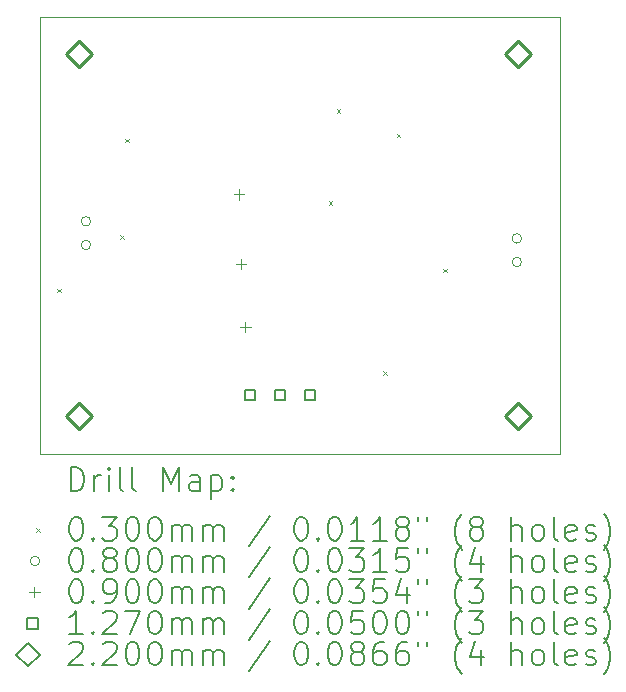
<source format=gbr>
%TF.GenerationSoftware,KiCad,Pcbnew,8.0.1*%
%TF.CreationDate,2024-11-30T19:41:01+00:00*%
%TF.ProjectId,Heating Element,48656174-696e-4672-9045-6c656d656e74,1*%
%TF.SameCoordinates,Original*%
%TF.FileFunction,Drillmap*%
%TF.FilePolarity,Positive*%
%FSLAX45Y45*%
G04 Gerber Fmt 4.5, Leading zero omitted, Abs format (unit mm)*
G04 Created by KiCad (PCBNEW 8.0.1) date 2024-11-30 19:41:01*
%MOMM*%
%LPD*%
G01*
G04 APERTURE LIST*
%ADD10C,0.050000*%
%ADD11C,0.200000*%
%ADD12C,0.100000*%
%ADD13C,0.127000*%
%ADD14C,0.220000*%
G04 APERTURE END LIST*
D10*
X9567500Y-7737500D02*
X13967500Y-7737500D01*
X13967500Y-11437500D01*
X9567500Y-11437500D01*
X9567500Y-7737500D01*
D11*
D12*
X9715000Y-10037500D02*
X9745000Y-10067500D01*
X9745000Y-10037500D02*
X9715000Y-10067500D01*
X10247400Y-9583720D02*
X10277400Y-9613720D01*
X10277400Y-9583720D02*
X10247400Y-9613720D01*
X10289200Y-8769920D02*
X10319200Y-8799920D01*
X10319200Y-8769920D02*
X10289200Y-8799920D01*
X12011600Y-9297370D02*
X12041600Y-9327370D01*
X12041600Y-9297370D02*
X12011600Y-9327370D01*
X12080100Y-8519500D02*
X12110100Y-8549500D01*
X12110100Y-8519500D02*
X12080100Y-8549500D01*
X12474600Y-10735600D02*
X12504600Y-10765600D01*
X12504600Y-10735600D02*
X12474600Y-10765600D01*
X12589500Y-8724670D02*
X12619500Y-8754670D01*
X12619500Y-8724670D02*
X12589500Y-8754670D01*
X12979600Y-9870070D02*
X13009600Y-9900070D01*
X13009600Y-9870070D02*
X12979600Y-9900070D01*
X9996000Y-9468000D02*
G75*
G02*
X9916000Y-9468000I-40000J0D01*
G01*
X9916000Y-9468000D02*
G75*
G02*
X9996000Y-9468000I40000J0D01*
G01*
X9996000Y-9668000D02*
G75*
G02*
X9916000Y-9668000I-40000J0D01*
G01*
X9916000Y-9668000D02*
G75*
G02*
X9996000Y-9668000I40000J0D01*
G01*
X13644240Y-9612960D02*
G75*
G02*
X13564240Y-9612960I-40000J0D01*
G01*
X13564240Y-9612960D02*
G75*
G02*
X13644240Y-9612960I40000J0D01*
G01*
X13644240Y-9812960D02*
G75*
G02*
X13564240Y-9812960I-40000J0D01*
G01*
X13564240Y-9812960D02*
G75*
G02*
X13644240Y-9812960I40000J0D01*
G01*
X11253000Y-9195000D02*
X11253000Y-9285000D01*
X11208000Y-9240000D02*
X11298000Y-9240000D01*
X11268000Y-9786000D02*
X11268000Y-9876000D01*
X11223000Y-9831000D02*
X11313000Y-9831000D01*
X11305000Y-10317000D02*
X11305000Y-10407000D01*
X11260000Y-10362000D02*
X11350000Y-10362000D01*
D13*
X11390902Y-10984902D02*
X11390902Y-10895098D01*
X11301098Y-10895098D01*
X11301098Y-10984902D01*
X11390902Y-10984902D01*
X11644902Y-10984902D02*
X11644902Y-10895098D01*
X11555098Y-10895098D01*
X11555098Y-10984902D01*
X11644902Y-10984902D01*
X11898902Y-10984902D02*
X11898902Y-10895098D01*
X11809098Y-10895098D01*
X11809098Y-10984902D01*
X11898902Y-10984902D01*
D14*
X9900920Y-8161720D02*
X10010920Y-8051720D01*
X9900920Y-7941720D01*
X9790920Y-8051720D01*
X9900920Y-8161720D01*
X9900920Y-11225000D02*
X10010920Y-11115000D01*
X9900920Y-11005000D01*
X9790920Y-11115000D01*
X9900920Y-11225000D01*
X13617500Y-8161720D02*
X13727500Y-8051720D01*
X13617500Y-7941720D01*
X13507500Y-8051720D01*
X13617500Y-8161720D01*
X13617500Y-11225000D02*
X13727500Y-11115000D01*
X13617500Y-11005000D01*
X13507500Y-11115000D01*
X13617500Y-11225000D01*
D11*
X9825777Y-11751484D02*
X9825777Y-11551484D01*
X9825777Y-11551484D02*
X9873396Y-11551484D01*
X9873396Y-11551484D02*
X9901967Y-11561008D01*
X9901967Y-11561008D02*
X9921015Y-11580055D01*
X9921015Y-11580055D02*
X9930539Y-11599103D01*
X9930539Y-11599103D02*
X9940063Y-11637198D01*
X9940063Y-11637198D02*
X9940063Y-11665769D01*
X9940063Y-11665769D02*
X9930539Y-11703865D01*
X9930539Y-11703865D02*
X9921015Y-11722912D01*
X9921015Y-11722912D02*
X9901967Y-11741960D01*
X9901967Y-11741960D02*
X9873396Y-11751484D01*
X9873396Y-11751484D02*
X9825777Y-11751484D01*
X10025777Y-11751484D02*
X10025777Y-11618150D01*
X10025777Y-11656246D02*
X10035301Y-11637198D01*
X10035301Y-11637198D02*
X10044824Y-11627674D01*
X10044824Y-11627674D02*
X10063872Y-11618150D01*
X10063872Y-11618150D02*
X10082920Y-11618150D01*
X10149586Y-11751484D02*
X10149586Y-11618150D01*
X10149586Y-11551484D02*
X10140063Y-11561008D01*
X10140063Y-11561008D02*
X10149586Y-11570531D01*
X10149586Y-11570531D02*
X10159110Y-11561008D01*
X10159110Y-11561008D02*
X10149586Y-11551484D01*
X10149586Y-11551484D02*
X10149586Y-11570531D01*
X10273396Y-11751484D02*
X10254348Y-11741960D01*
X10254348Y-11741960D02*
X10244824Y-11722912D01*
X10244824Y-11722912D02*
X10244824Y-11551484D01*
X10378158Y-11751484D02*
X10359110Y-11741960D01*
X10359110Y-11741960D02*
X10349586Y-11722912D01*
X10349586Y-11722912D02*
X10349586Y-11551484D01*
X10606729Y-11751484D02*
X10606729Y-11551484D01*
X10606729Y-11551484D02*
X10673396Y-11694341D01*
X10673396Y-11694341D02*
X10740063Y-11551484D01*
X10740063Y-11551484D02*
X10740063Y-11751484D01*
X10921015Y-11751484D02*
X10921015Y-11646722D01*
X10921015Y-11646722D02*
X10911491Y-11627674D01*
X10911491Y-11627674D02*
X10892444Y-11618150D01*
X10892444Y-11618150D02*
X10854348Y-11618150D01*
X10854348Y-11618150D02*
X10835301Y-11627674D01*
X10921015Y-11741960D02*
X10901967Y-11751484D01*
X10901967Y-11751484D02*
X10854348Y-11751484D01*
X10854348Y-11751484D02*
X10835301Y-11741960D01*
X10835301Y-11741960D02*
X10825777Y-11722912D01*
X10825777Y-11722912D02*
X10825777Y-11703865D01*
X10825777Y-11703865D02*
X10835301Y-11684817D01*
X10835301Y-11684817D02*
X10854348Y-11675293D01*
X10854348Y-11675293D02*
X10901967Y-11675293D01*
X10901967Y-11675293D02*
X10921015Y-11665769D01*
X11016253Y-11618150D02*
X11016253Y-11818150D01*
X11016253Y-11627674D02*
X11035301Y-11618150D01*
X11035301Y-11618150D02*
X11073396Y-11618150D01*
X11073396Y-11618150D02*
X11092444Y-11627674D01*
X11092444Y-11627674D02*
X11101967Y-11637198D01*
X11101967Y-11637198D02*
X11111491Y-11656246D01*
X11111491Y-11656246D02*
X11111491Y-11713388D01*
X11111491Y-11713388D02*
X11101967Y-11732436D01*
X11101967Y-11732436D02*
X11092444Y-11741960D01*
X11092444Y-11741960D02*
X11073396Y-11751484D01*
X11073396Y-11751484D02*
X11035301Y-11751484D01*
X11035301Y-11751484D02*
X11016253Y-11741960D01*
X11197205Y-11732436D02*
X11206729Y-11741960D01*
X11206729Y-11741960D02*
X11197205Y-11751484D01*
X11197205Y-11751484D02*
X11187682Y-11741960D01*
X11187682Y-11741960D02*
X11197205Y-11732436D01*
X11197205Y-11732436D02*
X11197205Y-11751484D01*
X11197205Y-11627674D02*
X11206729Y-11637198D01*
X11206729Y-11637198D02*
X11197205Y-11646722D01*
X11197205Y-11646722D02*
X11187682Y-11637198D01*
X11187682Y-11637198D02*
X11197205Y-11627674D01*
X11197205Y-11627674D02*
X11197205Y-11646722D01*
D12*
X9535000Y-12065000D02*
X9565000Y-12095000D01*
X9565000Y-12065000D02*
X9535000Y-12095000D01*
D11*
X9863872Y-11971484D02*
X9882920Y-11971484D01*
X9882920Y-11971484D02*
X9901967Y-11981008D01*
X9901967Y-11981008D02*
X9911491Y-11990531D01*
X9911491Y-11990531D02*
X9921015Y-12009579D01*
X9921015Y-12009579D02*
X9930539Y-12047674D01*
X9930539Y-12047674D02*
X9930539Y-12095293D01*
X9930539Y-12095293D02*
X9921015Y-12133388D01*
X9921015Y-12133388D02*
X9911491Y-12152436D01*
X9911491Y-12152436D02*
X9901967Y-12161960D01*
X9901967Y-12161960D02*
X9882920Y-12171484D01*
X9882920Y-12171484D02*
X9863872Y-12171484D01*
X9863872Y-12171484D02*
X9844824Y-12161960D01*
X9844824Y-12161960D02*
X9835301Y-12152436D01*
X9835301Y-12152436D02*
X9825777Y-12133388D01*
X9825777Y-12133388D02*
X9816253Y-12095293D01*
X9816253Y-12095293D02*
X9816253Y-12047674D01*
X9816253Y-12047674D02*
X9825777Y-12009579D01*
X9825777Y-12009579D02*
X9835301Y-11990531D01*
X9835301Y-11990531D02*
X9844824Y-11981008D01*
X9844824Y-11981008D02*
X9863872Y-11971484D01*
X10016253Y-12152436D02*
X10025777Y-12161960D01*
X10025777Y-12161960D02*
X10016253Y-12171484D01*
X10016253Y-12171484D02*
X10006729Y-12161960D01*
X10006729Y-12161960D02*
X10016253Y-12152436D01*
X10016253Y-12152436D02*
X10016253Y-12171484D01*
X10092444Y-11971484D02*
X10216253Y-11971484D01*
X10216253Y-11971484D02*
X10149586Y-12047674D01*
X10149586Y-12047674D02*
X10178158Y-12047674D01*
X10178158Y-12047674D02*
X10197205Y-12057198D01*
X10197205Y-12057198D02*
X10206729Y-12066722D01*
X10206729Y-12066722D02*
X10216253Y-12085769D01*
X10216253Y-12085769D02*
X10216253Y-12133388D01*
X10216253Y-12133388D02*
X10206729Y-12152436D01*
X10206729Y-12152436D02*
X10197205Y-12161960D01*
X10197205Y-12161960D02*
X10178158Y-12171484D01*
X10178158Y-12171484D02*
X10121015Y-12171484D01*
X10121015Y-12171484D02*
X10101967Y-12161960D01*
X10101967Y-12161960D02*
X10092444Y-12152436D01*
X10340063Y-11971484D02*
X10359110Y-11971484D01*
X10359110Y-11971484D02*
X10378158Y-11981008D01*
X10378158Y-11981008D02*
X10387682Y-11990531D01*
X10387682Y-11990531D02*
X10397205Y-12009579D01*
X10397205Y-12009579D02*
X10406729Y-12047674D01*
X10406729Y-12047674D02*
X10406729Y-12095293D01*
X10406729Y-12095293D02*
X10397205Y-12133388D01*
X10397205Y-12133388D02*
X10387682Y-12152436D01*
X10387682Y-12152436D02*
X10378158Y-12161960D01*
X10378158Y-12161960D02*
X10359110Y-12171484D01*
X10359110Y-12171484D02*
X10340063Y-12171484D01*
X10340063Y-12171484D02*
X10321015Y-12161960D01*
X10321015Y-12161960D02*
X10311491Y-12152436D01*
X10311491Y-12152436D02*
X10301967Y-12133388D01*
X10301967Y-12133388D02*
X10292444Y-12095293D01*
X10292444Y-12095293D02*
X10292444Y-12047674D01*
X10292444Y-12047674D02*
X10301967Y-12009579D01*
X10301967Y-12009579D02*
X10311491Y-11990531D01*
X10311491Y-11990531D02*
X10321015Y-11981008D01*
X10321015Y-11981008D02*
X10340063Y-11971484D01*
X10530539Y-11971484D02*
X10549586Y-11971484D01*
X10549586Y-11971484D02*
X10568634Y-11981008D01*
X10568634Y-11981008D02*
X10578158Y-11990531D01*
X10578158Y-11990531D02*
X10587682Y-12009579D01*
X10587682Y-12009579D02*
X10597205Y-12047674D01*
X10597205Y-12047674D02*
X10597205Y-12095293D01*
X10597205Y-12095293D02*
X10587682Y-12133388D01*
X10587682Y-12133388D02*
X10578158Y-12152436D01*
X10578158Y-12152436D02*
X10568634Y-12161960D01*
X10568634Y-12161960D02*
X10549586Y-12171484D01*
X10549586Y-12171484D02*
X10530539Y-12171484D01*
X10530539Y-12171484D02*
X10511491Y-12161960D01*
X10511491Y-12161960D02*
X10501967Y-12152436D01*
X10501967Y-12152436D02*
X10492444Y-12133388D01*
X10492444Y-12133388D02*
X10482920Y-12095293D01*
X10482920Y-12095293D02*
X10482920Y-12047674D01*
X10482920Y-12047674D02*
X10492444Y-12009579D01*
X10492444Y-12009579D02*
X10501967Y-11990531D01*
X10501967Y-11990531D02*
X10511491Y-11981008D01*
X10511491Y-11981008D02*
X10530539Y-11971484D01*
X10682920Y-12171484D02*
X10682920Y-12038150D01*
X10682920Y-12057198D02*
X10692444Y-12047674D01*
X10692444Y-12047674D02*
X10711491Y-12038150D01*
X10711491Y-12038150D02*
X10740063Y-12038150D01*
X10740063Y-12038150D02*
X10759110Y-12047674D01*
X10759110Y-12047674D02*
X10768634Y-12066722D01*
X10768634Y-12066722D02*
X10768634Y-12171484D01*
X10768634Y-12066722D02*
X10778158Y-12047674D01*
X10778158Y-12047674D02*
X10797205Y-12038150D01*
X10797205Y-12038150D02*
X10825777Y-12038150D01*
X10825777Y-12038150D02*
X10844825Y-12047674D01*
X10844825Y-12047674D02*
X10854348Y-12066722D01*
X10854348Y-12066722D02*
X10854348Y-12171484D01*
X10949586Y-12171484D02*
X10949586Y-12038150D01*
X10949586Y-12057198D02*
X10959110Y-12047674D01*
X10959110Y-12047674D02*
X10978158Y-12038150D01*
X10978158Y-12038150D02*
X11006729Y-12038150D01*
X11006729Y-12038150D02*
X11025777Y-12047674D01*
X11025777Y-12047674D02*
X11035301Y-12066722D01*
X11035301Y-12066722D02*
X11035301Y-12171484D01*
X11035301Y-12066722D02*
X11044825Y-12047674D01*
X11044825Y-12047674D02*
X11063872Y-12038150D01*
X11063872Y-12038150D02*
X11092444Y-12038150D01*
X11092444Y-12038150D02*
X11111491Y-12047674D01*
X11111491Y-12047674D02*
X11121015Y-12066722D01*
X11121015Y-12066722D02*
X11121015Y-12171484D01*
X11511491Y-11961960D02*
X11340063Y-12219103D01*
X11768634Y-11971484D02*
X11787682Y-11971484D01*
X11787682Y-11971484D02*
X11806729Y-11981008D01*
X11806729Y-11981008D02*
X11816253Y-11990531D01*
X11816253Y-11990531D02*
X11825777Y-12009579D01*
X11825777Y-12009579D02*
X11835301Y-12047674D01*
X11835301Y-12047674D02*
X11835301Y-12095293D01*
X11835301Y-12095293D02*
X11825777Y-12133388D01*
X11825777Y-12133388D02*
X11816253Y-12152436D01*
X11816253Y-12152436D02*
X11806729Y-12161960D01*
X11806729Y-12161960D02*
X11787682Y-12171484D01*
X11787682Y-12171484D02*
X11768634Y-12171484D01*
X11768634Y-12171484D02*
X11749586Y-12161960D01*
X11749586Y-12161960D02*
X11740063Y-12152436D01*
X11740063Y-12152436D02*
X11730539Y-12133388D01*
X11730539Y-12133388D02*
X11721015Y-12095293D01*
X11721015Y-12095293D02*
X11721015Y-12047674D01*
X11721015Y-12047674D02*
X11730539Y-12009579D01*
X11730539Y-12009579D02*
X11740063Y-11990531D01*
X11740063Y-11990531D02*
X11749586Y-11981008D01*
X11749586Y-11981008D02*
X11768634Y-11971484D01*
X11921015Y-12152436D02*
X11930539Y-12161960D01*
X11930539Y-12161960D02*
X11921015Y-12171484D01*
X11921015Y-12171484D02*
X11911491Y-12161960D01*
X11911491Y-12161960D02*
X11921015Y-12152436D01*
X11921015Y-12152436D02*
X11921015Y-12171484D01*
X12054348Y-11971484D02*
X12073396Y-11971484D01*
X12073396Y-11971484D02*
X12092444Y-11981008D01*
X12092444Y-11981008D02*
X12101967Y-11990531D01*
X12101967Y-11990531D02*
X12111491Y-12009579D01*
X12111491Y-12009579D02*
X12121015Y-12047674D01*
X12121015Y-12047674D02*
X12121015Y-12095293D01*
X12121015Y-12095293D02*
X12111491Y-12133388D01*
X12111491Y-12133388D02*
X12101967Y-12152436D01*
X12101967Y-12152436D02*
X12092444Y-12161960D01*
X12092444Y-12161960D02*
X12073396Y-12171484D01*
X12073396Y-12171484D02*
X12054348Y-12171484D01*
X12054348Y-12171484D02*
X12035301Y-12161960D01*
X12035301Y-12161960D02*
X12025777Y-12152436D01*
X12025777Y-12152436D02*
X12016253Y-12133388D01*
X12016253Y-12133388D02*
X12006729Y-12095293D01*
X12006729Y-12095293D02*
X12006729Y-12047674D01*
X12006729Y-12047674D02*
X12016253Y-12009579D01*
X12016253Y-12009579D02*
X12025777Y-11990531D01*
X12025777Y-11990531D02*
X12035301Y-11981008D01*
X12035301Y-11981008D02*
X12054348Y-11971484D01*
X12311491Y-12171484D02*
X12197206Y-12171484D01*
X12254348Y-12171484D02*
X12254348Y-11971484D01*
X12254348Y-11971484D02*
X12235301Y-12000055D01*
X12235301Y-12000055D02*
X12216253Y-12019103D01*
X12216253Y-12019103D02*
X12197206Y-12028627D01*
X12501967Y-12171484D02*
X12387682Y-12171484D01*
X12444825Y-12171484D02*
X12444825Y-11971484D01*
X12444825Y-11971484D02*
X12425777Y-12000055D01*
X12425777Y-12000055D02*
X12406729Y-12019103D01*
X12406729Y-12019103D02*
X12387682Y-12028627D01*
X12616253Y-12057198D02*
X12597206Y-12047674D01*
X12597206Y-12047674D02*
X12587682Y-12038150D01*
X12587682Y-12038150D02*
X12578158Y-12019103D01*
X12578158Y-12019103D02*
X12578158Y-12009579D01*
X12578158Y-12009579D02*
X12587682Y-11990531D01*
X12587682Y-11990531D02*
X12597206Y-11981008D01*
X12597206Y-11981008D02*
X12616253Y-11971484D01*
X12616253Y-11971484D02*
X12654348Y-11971484D01*
X12654348Y-11971484D02*
X12673396Y-11981008D01*
X12673396Y-11981008D02*
X12682920Y-11990531D01*
X12682920Y-11990531D02*
X12692444Y-12009579D01*
X12692444Y-12009579D02*
X12692444Y-12019103D01*
X12692444Y-12019103D02*
X12682920Y-12038150D01*
X12682920Y-12038150D02*
X12673396Y-12047674D01*
X12673396Y-12047674D02*
X12654348Y-12057198D01*
X12654348Y-12057198D02*
X12616253Y-12057198D01*
X12616253Y-12057198D02*
X12597206Y-12066722D01*
X12597206Y-12066722D02*
X12587682Y-12076246D01*
X12587682Y-12076246D02*
X12578158Y-12095293D01*
X12578158Y-12095293D02*
X12578158Y-12133388D01*
X12578158Y-12133388D02*
X12587682Y-12152436D01*
X12587682Y-12152436D02*
X12597206Y-12161960D01*
X12597206Y-12161960D02*
X12616253Y-12171484D01*
X12616253Y-12171484D02*
X12654348Y-12171484D01*
X12654348Y-12171484D02*
X12673396Y-12161960D01*
X12673396Y-12161960D02*
X12682920Y-12152436D01*
X12682920Y-12152436D02*
X12692444Y-12133388D01*
X12692444Y-12133388D02*
X12692444Y-12095293D01*
X12692444Y-12095293D02*
X12682920Y-12076246D01*
X12682920Y-12076246D02*
X12673396Y-12066722D01*
X12673396Y-12066722D02*
X12654348Y-12057198D01*
X12768634Y-11971484D02*
X12768634Y-12009579D01*
X12844825Y-11971484D02*
X12844825Y-12009579D01*
X13140063Y-12247674D02*
X13130539Y-12238150D01*
X13130539Y-12238150D02*
X13111491Y-12209579D01*
X13111491Y-12209579D02*
X13101968Y-12190531D01*
X13101968Y-12190531D02*
X13092444Y-12161960D01*
X13092444Y-12161960D02*
X13082920Y-12114341D01*
X13082920Y-12114341D02*
X13082920Y-12076246D01*
X13082920Y-12076246D02*
X13092444Y-12028627D01*
X13092444Y-12028627D02*
X13101968Y-12000055D01*
X13101968Y-12000055D02*
X13111491Y-11981008D01*
X13111491Y-11981008D02*
X13130539Y-11952436D01*
X13130539Y-11952436D02*
X13140063Y-11942912D01*
X13244825Y-12057198D02*
X13225777Y-12047674D01*
X13225777Y-12047674D02*
X13216253Y-12038150D01*
X13216253Y-12038150D02*
X13206729Y-12019103D01*
X13206729Y-12019103D02*
X13206729Y-12009579D01*
X13206729Y-12009579D02*
X13216253Y-11990531D01*
X13216253Y-11990531D02*
X13225777Y-11981008D01*
X13225777Y-11981008D02*
X13244825Y-11971484D01*
X13244825Y-11971484D02*
X13282920Y-11971484D01*
X13282920Y-11971484D02*
X13301968Y-11981008D01*
X13301968Y-11981008D02*
X13311491Y-11990531D01*
X13311491Y-11990531D02*
X13321015Y-12009579D01*
X13321015Y-12009579D02*
X13321015Y-12019103D01*
X13321015Y-12019103D02*
X13311491Y-12038150D01*
X13311491Y-12038150D02*
X13301968Y-12047674D01*
X13301968Y-12047674D02*
X13282920Y-12057198D01*
X13282920Y-12057198D02*
X13244825Y-12057198D01*
X13244825Y-12057198D02*
X13225777Y-12066722D01*
X13225777Y-12066722D02*
X13216253Y-12076246D01*
X13216253Y-12076246D02*
X13206729Y-12095293D01*
X13206729Y-12095293D02*
X13206729Y-12133388D01*
X13206729Y-12133388D02*
X13216253Y-12152436D01*
X13216253Y-12152436D02*
X13225777Y-12161960D01*
X13225777Y-12161960D02*
X13244825Y-12171484D01*
X13244825Y-12171484D02*
X13282920Y-12171484D01*
X13282920Y-12171484D02*
X13301968Y-12161960D01*
X13301968Y-12161960D02*
X13311491Y-12152436D01*
X13311491Y-12152436D02*
X13321015Y-12133388D01*
X13321015Y-12133388D02*
X13321015Y-12095293D01*
X13321015Y-12095293D02*
X13311491Y-12076246D01*
X13311491Y-12076246D02*
X13301968Y-12066722D01*
X13301968Y-12066722D02*
X13282920Y-12057198D01*
X13559110Y-12171484D02*
X13559110Y-11971484D01*
X13644825Y-12171484D02*
X13644825Y-12066722D01*
X13644825Y-12066722D02*
X13635301Y-12047674D01*
X13635301Y-12047674D02*
X13616253Y-12038150D01*
X13616253Y-12038150D02*
X13587682Y-12038150D01*
X13587682Y-12038150D02*
X13568634Y-12047674D01*
X13568634Y-12047674D02*
X13559110Y-12057198D01*
X13768634Y-12171484D02*
X13749587Y-12161960D01*
X13749587Y-12161960D02*
X13740063Y-12152436D01*
X13740063Y-12152436D02*
X13730539Y-12133388D01*
X13730539Y-12133388D02*
X13730539Y-12076246D01*
X13730539Y-12076246D02*
X13740063Y-12057198D01*
X13740063Y-12057198D02*
X13749587Y-12047674D01*
X13749587Y-12047674D02*
X13768634Y-12038150D01*
X13768634Y-12038150D02*
X13797206Y-12038150D01*
X13797206Y-12038150D02*
X13816253Y-12047674D01*
X13816253Y-12047674D02*
X13825777Y-12057198D01*
X13825777Y-12057198D02*
X13835301Y-12076246D01*
X13835301Y-12076246D02*
X13835301Y-12133388D01*
X13835301Y-12133388D02*
X13825777Y-12152436D01*
X13825777Y-12152436D02*
X13816253Y-12161960D01*
X13816253Y-12161960D02*
X13797206Y-12171484D01*
X13797206Y-12171484D02*
X13768634Y-12171484D01*
X13949587Y-12171484D02*
X13930539Y-12161960D01*
X13930539Y-12161960D02*
X13921015Y-12142912D01*
X13921015Y-12142912D02*
X13921015Y-11971484D01*
X14101968Y-12161960D02*
X14082920Y-12171484D01*
X14082920Y-12171484D02*
X14044825Y-12171484D01*
X14044825Y-12171484D02*
X14025777Y-12161960D01*
X14025777Y-12161960D02*
X14016253Y-12142912D01*
X14016253Y-12142912D02*
X14016253Y-12066722D01*
X14016253Y-12066722D02*
X14025777Y-12047674D01*
X14025777Y-12047674D02*
X14044825Y-12038150D01*
X14044825Y-12038150D02*
X14082920Y-12038150D01*
X14082920Y-12038150D02*
X14101968Y-12047674D01*
X14101968Y-12047674D02*
X14111491Y-12066722D01*
X14111491Y-12066722D02*
X14111491Y-12085769D01*
X14111491Y-12085769D02*
X14016253Y-12104817D01*
X14187682Y-12161960D02*
X14206730Y-12171484D01*
X14206730Y-12171484D02*
X14244825Y-12171484D01*
X14244825Y-12171484D02*
X14263872Y-12161960D01*
X14263872Y-12161960D02*
X14273396Y-12142912D01*
X14273396Y-12142912D02*
X14273396Y-12133388D01*
X14273396Y-12133388D02*
X14263872Y-12114341D01*
X14263872Y-12114341D02*
X14244825Y-12104817D01*
X14244825Y-12104817D02*
X14216253Y-12104817D01*
X14216253Y-12104817D02*
X14197206Y-12095293D01*
X14197206Y-12095293D02*
X14187682Y-12076246D01*
X14187682Y-12076246D02*
X14187682Y-12066722D01*
X14187682Y-12066722D02*
X14197206Y-12047674D01*
X14197206Y-12047674D02*
X14216253Y-12038150D01*
X14216253Y-12038150D02*
X14244825Y-12038150D01*
X14244825Y-12038150D02*
X14263872Y-12047674D01*
X14340063Y-12247674D02*
X14349587Y-12238150D01*
X14349587Y-12238150D02*
X14368634Y-12209579D01*
X14368634Y-12209579D02*
X14378158Y-12190531D01*
X14378158Y-12190531D02*
X14387682Y-12161960D01*
X14387682Y-12161960D02*
X14397206Y-12114341D01*
X14397206Y-12114341D02*
X14397206Y-12076246D01*
X14397206Y-12076246D02*
X14387682Y-12028627D01*
X14387682Y-12028627D02*
X14378158Y-12000055D01*
X14378158Y-12000055D02*
X14368634Y-11981008D01*
X14368634Y-11981008D02*
X14349587Y-11952436D01*
X14349587Y-11952436D02*
X14340063Y-11942912D01*
D12*
X9565000Y-12344000D02*
G75*
G02*
X9485000Y-12344000I-40000J0D01*
G01*
X9485000Y-12344000D02*
G75*
G02*
X9565000Y-12344000I40000J0D01*
G01*
D11*
X9863872Y-12235484D02*
X9882920Y-12235484D01*
X9882920Y-12235484D02*
X9901967Y-12245008D01*
X9901967Y-12245008D02*
X9911491Y-12254531D01*
X9911491Y-12254531D02*
X9921015Y-12273579D01*
X9921015Y-12273579D02*
X9930539Y-12311674D01*
X9930539Y-12311674D02*
X9930539Y-12359293D01*
X9930539Y-12359293D02*
X9921015Y-12397388D01*
X9921015Y-12397388D02*
X9911491Y-12416436D01*
X9911491Y-12416436D02*
X9901967Y-12425960D01*
X9901967Y-12425960D02*
X9882920Y-12435484D01*
X9882920Y-12435484D02*
X9863872Y-12435484D01*
X9863872Y-12435484D02*
X9844824Y-12425960D01*
X9844824Y-12425960D02*
X9835301Y-12416436D01*
X9835301Y-12416436D02*
X9825777Y-12397388D01*
X9825777Y-12397388D02*
X9816253Y-12359293D01*
X9816253Y-12359293D02*
X9816253Y-12311674D01*
X9816253Y-12311674D02*
X9825777Y-12273579D01*
X9825777Y-12273579D02*
X9835301Y-12254531D01*
X9835301Y-12254531D02*
X9844824Y-12245008D01*
X9844824Y-12245008D02*
X9863872Y-12235484D01*
X10016253Y-12416436D02*
X10025777Y-12425960D01*
X10025777Y-12425960D02*
X10016253Y-12435484D01*
X10016253Y-12435484D02*
X10006729Y-12425960D01*
X10006729Y-12425960D02*
X10016253Y-12416436D01*
X10016253Y-12416436D02*
X10016253Y-12435484D01*
X10140063Y-12321198D02*
X10121015Y-12311674D01*
X10121015Y-12311674D02*
X10111491Y-12302150D01*
X10111491Y-12302150D02*
X10101967Y-12283103D01*
X10101967Y-12283103D02*
X10101967Y-12273579D01*
X10101967Y-12273579D02*
X10111491Y-12254531D01*
X10111491Y-12254531D02*
X10121015Y-12245008D01*
X10121015Y-12245008D02*
X10140063Y-12235484D01*
X10140063Y-12235484D02*
X10178158Y-12235484D01*
X10178158Y-12235484D02*
X10197205Y-12245008D01*
X10197205Y-12245008D02*
X10206729Y-12254531D01*
X10206729Y-12254531D02*
X10216253Y-12273579D01*
X10216253Y-12273579D02*
X10216253Y-12283103D01*
X10216253Y-12283103D02*
X10206729Y-12302150D01*
X10206729Y-12302150D02*
X10197205Y-12311674D01*
X10197205Y-12311674D02*
X10178158Y-12321198D01*
X10178158Y-12321198D02*
X10140063Y-12321198D01*
X10140063Y-12321198D02*
X10121015Y-12330722D01*
X10121015Y-12330722D02*
X10111491Y-12340246D01*
X10111491Y-12340246D02*
X10101967Y-12359293D01*
X10101967Y-12359293D02*
X10101967Y-12397388D01*
X10101967Y-12397388D02*
X10111491Y-12416436D01*
X10111491Y-12416436D02*
X10121015Y-12425960D01*
X10121015Y-12425960D02*
X10140063Y-12435484D01*
X10140063Y-12435484D02*
X10178158Y-12435484D01*
X10178158Y-12435484D02*
X10197205Y-12425960D01*
X10197205Y-12425960D02*
X10206729Y-12416436D01*
X10206729Y-12416436D02*
X10216253Y-12397388D01*
X10216253Y-12397388D02*
X10216253Y-12359293D01*
X10216253Y-12359293D02*
X10206729Y-12340246D01*
X10206729Y-12340246D02*
X10197205Y-12330722D01*
X10197205Y-12330722D02*
X10178158Y-12321198D01*
X10340063Y-12235484D02*
X10359110Y-12235484D01*
X10359110Y-12235484D02*
X10378158Y-12245008D01*
X10378158Y-12245008D02*
X10387682Y-12254531D01*
X10387682Y-12254531D02*
X10397205Y-12273579D01*
X10397205Y-12273579D02*
X10406729Y-12311674D01*
X10406729Y-12311674D02*
X10406729Y-12359293D01*
X10406729Y-12359293D02*
X10397205Y-12397388D01*
X10397205Y-12397388D02*
X10387682Y-12416436D01*
X10387682Y-12416436D02*
X10378158Y-12425960D01*
X10378158Y-12425960D02*
X10359110Y-12435484D01*
X10359110Y-12435484D02*
X10340063Y-12435484D01*
X10340063Y-12435484D02*
X10321015Y-12425960D01*
X10321015Y-12425960D02*
X10311491Y-12416436D01*
X10311491Y-12416436D02*
X10301967Y-12397388D01*
X10301967Y-12397388D02*
X10292444Y-12359293D01*
X10292444Y-12359293D02*
X10292444Y-12311674D01*
X10292444Y-12311674D02*
X10301967Y-12273579D01*
X10301967Y-12273579D02*
X10311491Y-12254531D01*
X10311491Y-12254531D02*
X10321015Y-12245008D01*
X10321015Y-12245008D02*
X10340063Y-12235484D01*
X10530539Y-12235484D02*
X10549586Y-12235484D01*
X10549586Y-12235484D02*
X10568634Y-12245008D01*
X10568634Y-12245008D02*
X10578158Y-12254531D01*
X10578158Y-12254531D02*
X10587682Y-12273579D01*
X10587682Y-12273579D02*
X10597205Y-12311674D01*
X10597205Y-12311674D02*
X10597205Y-12359293D01*
X10597205Y-12359293D02*
X10587682Y-12397388D01*
X10587682Y-12397388D02*
X10578158Y-12416436D01*
X10578158Y-12416436D02*
X10568634Y-12425960D01*
X10568634Y-12425960D02*
X10549586Y-12435484D01*
X10549586Y-12435484D02*
X10530539Y-12435484D01*
X10530539Y-12435484D02*
X10511491Y-12425960D01*
X10511491Y-12425960D02*
X10501967Y-12416436D01*
X10501967Y-12416436D02*
X10492444Y-12397388D01*
X10492444Y-12397388D02*
X10482920Y-12359293D01*
X10482920Y-12359293D02*
X10482920Y-12311674D01*
X10482920Y-12311674D02*
X10492444Y-12273579D01*
X10492444Y-12273579D02*
X10501967Y-12254531D01*
X10501967Y-12254531D02*
X10511491Y-12245008D01*
X10511491Y-12245008D02*
X10530539Y-12235484D01*
X10682920Y-12435484D02*
X10682920Y-12302150D01*
X10682920Y-12321198D02*
X10692444Y-12311674D01*
X10692444Y-12311674D02*
X10711491Y-12302150D01*
X10711491Y-12302150D02*
X10740063Y-12302150D01*
X10740063Y-12302150D02*
X10759110Y-12311674D01*
X10759110Y-12311674D02*
X10768634Y-12330722D01*
X10768634Y-12330722D02*
X10768634Y-12435484D01*
X10768634Y-12330722D02*
X10778158Y-12311674D01*
X10778158Y-12311674D02*
X10797205Y-12302150D01*
X10797205Y-12302150D02*
X10825777Y-12302150D01*
X10825777Y-12302150D02*
X10844825Y-12311674D01*
X10844825Y-12311674D02*
X10854348Y-12330722D01*
X10854348Y-12330722D02*
X10854348Y-12435484D01*
X10949586Y-12435484D02*
X10949586Y-12302150D01*
X10949586Y-12321198D02*
X10959110Y-12311674D01*
X10959110Y-12311674D02*
X10978158Y-12302150D01*
X10978158Y-12302150D02*
X11006729Y-12302150D01*
X11006729Y-12302150D02*
X11025777Y-12311674D01*
X11025777Y-12311674D02*
X11035301Y-12330722D01*
X11035301Y-12330722D02*
X11035301Y-12435484D01*
X11035301Y-12330722D02*
X11044825Y-12311674D01*
X11044825Y-12311674D02*
X11063872Y-12302150D01*
X11063872Y-12302150D02*
X11092444Y-12302150D01*
X11092444Y-12302150D02*
X11111491Y-12311674D01*
X11111491Y-12311674D02*
X11121015Y-12330722D01*
X11121015Y-12330722D02*
X11121015Y-12435484D01*
X11511491Y-12225960D02*
X11340063Y-12483103D01*
X11768634Y-12235484D02*
X11787682Y-12235484D01*
X11787682Y-12235484D02*
X11806729Y-12245008D01*
X11806729Y-12245008D02*
X11816253Y-12254531D01*
X11816253Y-12254531D02*
X11825777Y-12273579D01*
X11825777Y-12273579D02*
X11835301Y-12311674D01*
X11835301Y-12311674D02*
X11835301Y-12359293D01*
X11835301Y-12359293D02*
X11825777Y-12397388D01*
X11825777Y-12397388D02*
X11816253Y-12416436D01*
X11816253Y-12416436D02*
X11806729Y-12425960D01*
X11806729Y-12425960D02*
X11787682Y-12435484D01*
X11787682Y-12435484D02*
X11768634Y-12435484D01*
X11768634Y-12435484D02*
X11749586Y-12425960D01*
X11749586Y-12425960D02*
X11740063Y-12416436D01*
X11740063Y-12416436D02*
X11730539Y-12397388D01*
X11730539Y-12397388D02*
X11721015Y-12359293D01*
X11721015Y-12359293D02*
X11721015Y-12311674D01*
X11721015Y-12311674D02*
X11730539Y-12273579D01*
X11730539Y-12273579D02*
X11740063Y-12254531D01*
X11740063Y-12254531D02*
X11749586Y-12245008D01*
X11749586Y-12245008D02*
X11768634Y-12235484D01*
X11921015Y-12416436D02*
X11930539Y-12425960D01*
X11930539Y-12425960D02*
X11921015Y-12435484D01*
X11921015Y-12435484D02*
X11911491Y-12425960D01*
X11911491Y-12425960D02*
X11921015Y-12416436D01*
X11921015Y-12416436D02*
X11921015Y-12435484D01*
X12054348Y-12235484D02*
X12073396Y-12235484D01*
X12073396Y-12235484D02*
X12092444Y-12245008D01*
X12092444Y-12245008D02*
X12101967Y-12254531D01*
X12101967Y-12254531D02*
X12111491Y-12273579D01*
X12111491Y-12273579D02*
X12121015Y-12311674D01*
X12121015Y-12311674D02*
X12121015Y-12359293D01*
X12121015Y-12359293D02*
X12111491Y-12397388D01*
X12111491Y-12397388D02*
X12101967Y-12416436D01*
X12101967Y-12416436D02*
X12092444Y-12425960D01*
X12092444Y-12425960D02*
X12073396Y-12435484D01*
X12073396Y-12435484D02*
X12054348Y-12435484D01*
X12054348Y-12435484D02*
X12035301Y-12425960D01*
X12035301Y-12425960D02*
X12025777Y-12416436D01*
X12025777Y-12416436D02*
X12016253Y-12397388D01*
X12016253Y-12397388D02*
X12006729Y-12359293D01*
X12006729Y-12359293D02*
X12006729Y-12311674D01*
X12006729Y-12311674D02*
X12016253Y-12273579D01*
X12016253Y-12273579D02*
X12025777Y-12254531D01*
X12025777Y-12254531D02*
X12035301Y-12245008D01*
X12035301Y-12245008D02*
X12054348Y-12235484D01*
X12187682Y-12235484D02*
X12311491Y-12235484D01*
X12311491Y-12235484D02*
X12244825Y-12311674D01*
X12244825Y-12311674D02*
X12273396Y-12311674D01*
X12273396Y-12311674D02*
X12292444Y-12321198D01*
X12292444Y-12321198D02*
X12301967Y-12330722D01*
X12301967Y-12330722D02*
X12311491Y-12349769D01*
X12311491Y-12349769D02*
X12311491Y-12397388D01*
X12311491Y-12397388D02*
X12301967Y-12416436D01*
X12301967Y-12416436D02*
X12292444Y-12425960D01*
X12292444Y-12425960D02*
X12273396Y-12435484D01*
X12273396Y-12435484D02*
X12216253Y-12435484D01*
X12216253Y-12435484D02*
X12197206Y-12425960D01*
X12197206Y-12425960D02*
X12187682Y-12416436D01*
X12501967Y-12435484D02*
X12387682Y-12435484D01*
X12444825Y-12435484D02*
X12444825Y-12235484D01*
X12444825Y-12235484D02*
X12425777Y-12264055D01*
X12425777Y-12264055D02*
X12406729Y-12283103D01*
X12406729Y-12283103D02*
X12387682Y-12292627D01*
X12682920Y-12235484D02*
X12587682Y-12235484D01*
X12587682Y-12235484D02*
X12578158Y-12330722D01*
X12578158Y-12330722D02*
X12587682Y-12321198D01*
X12587682Y-12321198D02*
X12606729Y-12311674D01*
X12606729Y-12311674D02*
X12654348Y-12311674D01*
X12654348Y-12311674D02*
X12673396Y-12321198D01*
X12673396Y-12321198D02*
X12682920Y-12330722D01*
X12682920Y-12330722D02*
X12692444Y-12349769D01*
X12692444Y-12349769D02*
X12692444Y-12397388D01*
X12692444Y-12397388D02*
X12682920Y-12416436D01*
X12682920Y-12416436D02*
X12673396Y-12425960D01*
X12673396Y-12425960D02*
X12654348Y-12435484D01*
X12654348Y-12435484D02*
X12606729Y-12435484D01*
X12606729Y-12435484D02*
X12587682Y-12425960D01*
X12587682Y-12425960D02*
X12578158Y-12416436D01*
X12768634Y-12235484D02*
X12768634Y-12273579D01*
X12844825Y-12235484D02*
X12844825Y-12273579D01*
X13140063Y-12511674D02*
X13130539Y-12502150D01*
X13130539Y-12502150D02*
X13111491Y-12473579D01*
X13111491Y-12473579D02*
X13101968Y-12454531D01*
X13101968Y-12454531D02*
X13092444Y-12425960D01*
X13092444Y-12425960D02*
X13082920Y-12378341D01*
X13082920Y-12378341D02*
X13082920Y-12340246D01*
X13082920Y-12340246D02*
X13092444Y-12292627D01*
X13092444Y-12292627D02*
X13101968Y-12264055D01*
X13101968Y-12264055D02*
X13111491Y-12245008D01*
X13111491Y-12245008D02*
X13130539Y-12216436D01*
X13130539Y-12216436D02*
X13140063Y-12206912D01*
X13301968Y-12302150D02*
X13301968Y-12435484D01*
X13254348Y-12225960D02*
X13206729Y-12368817D01*
X13206729Y-12368817D02*
X13330539Y-12368817D01*
X13559110Y-12435484D02*
X13559110Y-12235484D01*
X13644825Y-12435484D02*
X13644825Y-12330722D01*
X13644825Y-12330722D02*
X13635301Y-12311674D01*
X13635301Y-12311674D02*
X13616253Y-12302150D01*
X13616253Y-12302150D02*
X13587682Y-12302150D01*
X13587682Y-12302150D02*
X13568634Y-12311674D01*
X13568634Y-12311674D02*
X13559110Y-12321198D01*
X13768634Y-12435484D02*
X13749587Y-12425960D01*
X13749587Y-12425960D02*
X13740063Y-12416436D01*
X13740063Y-12416436D02*
X13730539Y-12397388D01*
X13730539Y-12397388D02*
X13730539Y-12340246D01*
X13730539Y-12340246D02*
X13740063Y-12321198D01*
X13740063Y-12321198D02*
X13749587Y-12311674D01*
X13749587Y-12311674D02*
X13768634Y-12302150D01*
X13768634Y-12302150D02*
X13797206Y-12302150D01*
X13797206Y-12302150D02*
X13816253Y-12311674D01*
X13816253Y-12311674D02*
X13825777Y-12321198D01*
X13825777Y-12321198D02*
X13835301Y-12340246D01*
X13835301Y-12340246D02*
X13835301Y-12397388D01*
X13835301Y-12397388D02*
X13825777Y-12416436D01*
X13825777Y-12416436D02*
X13816253Y-12425960D01*
X13816253Y-12425960D02*
X13797206Y-12435484D01*
X13797206Y-12435484D02*
X13768634Y-12435484D01*
X13949587Y-12435484D02*
X13930539Y-12425960D01*
X13930539Y-12425960D02*
X13921015Y-12406912D01*
X13921015Y-12406912D02*
X13921015Y-12235484D01*
X14101968Y-12425960D02*
X14082920Y-12435484D01*
X14082920Y-12435484D02*
X14044825Y-12435484D01*
X14044825Y-12435484D02*
X14025777Y-12425960D01*
X14025777Y-12425960D02*
X14016253Y-12406912D01*
X14016253Y-12406912D02*
X14016253Y-12330722D01*
X14016253Y-12330722D02*
X14025777Y-12311674D01*
X14025777Y-12311674D02*
X14044825Y-12302150D01*
X14044825Y-12302150D02*
X14082920Y-12302150D01*
X14082920Y-12302150D02*
X14101968Y-12311674D01*
X14101968Y-12311674D02*
X14111491Y-12330722D01*
X14111491Y-12330722D02*
X14111491Y-12349769D01*
X14111491Y-12349769D02*
X14016253Y-12368817D01*
X14187682Y-12425960D02*
X14206730Y-12435484D01*
X14206730Y-12435484D02*
X14244825Y-12435484D01*
X14244825Y-12435484D02*
X14263872Y-12425960D01*
X14263872Y-12425960D02*
X14273396Y-12406912D01*
X14273396Y-12406912D02*
X14273396Y-12397388D01*
X14273396Y-12397388D02*
X14263872Y-12378341D01*
X14263872Y-12378341D02*
X14244825Y-12368817D01*
X14244825Y-12368817D02*
X14216253Y-12368817D01*
X14216253Y-12368817D02*
X14197206Y-12359293D01*
X14197206Y-12359293D02*
X14187682Y-12340246D01*
X14187682Y-12340246D02*
X14187682Y-12330722D01*
X14187682Y-12330722D02*
X14197206Y-12311674D01*
X14197206Y-12311674D02*
X14216253Y-12302150D01*
X14216253Y-12302150D02*
X14244825Y-12302150D01*
X14244825Y-12302150D02*
X14263872Y-12311674D01*
X14340063Y-12511674D02*
X14349587Y-12502150D01*
X14349587Y-12502150D02*
X14368634Y-12473579D01*
X14368634Y-12473579D02*
X14378158Y-12454531D01*
X14378158Y-12454531D02*
X14387682Y-12425960D01*
X14387682Y-12425960D02*
X14397206Y-12378341D01*
X14397206Y-12378341D02*
X14397206Y-12340246D01*
X14397206Y-12340246D02*
X14387682Y-12292627D01*
X14387682Y-12292627D02*
X14378158Y-12264055D01*
X14378158Y-12264055D02*
X14368634Y-12245008D01*
X14368634Y-12245008D02*
X14349587Y-12216436D01*
X14349587Y-12216436D02*
X14340063Y-12206912D01*
D12*
X9520000Y-12563000D02*
X9520000Y-12653000D01*
X9475000Y-12608000D02*
X9565000Y-12608000D01*
D11*
X9863872Y-12499484D02*
X9882920Y-12499484D01*
X9882920Y-12499484D02*
X9901967Y-12509008D01*
X9901967Y-12509008D02*
X9911491Y-12518531D01*
X9911491Y-12518531D02*
X9921015Y-12537579D01*
X9921015Y-12537579D02*
X9930539Y-12575674D01*
X9930539Y-12575674D02*
X9930539Y-12623293D01*
X9930539Y-12623293D02*
X9921015Y-12661388D01*
X9921015Y-12661388D02*
X9911491Y-12680436D01*
X9911491Y-12680436D02*
X9901967Y-12689960D01*
X9901967Y-12689960D02*
X9882920Y-12699484D01*
X9882920Y-12699484D02*
X9863872Y-12699484D01*
X9863872Y-12699484D02*
X9844824Y-12689960D01*
X9844824Y-12689960D02*
X9835301Y-12680436D01*
X9835301Y-12680436D02*
X9825777Y-12661388D01*
X9825777Y-12661388D02*
X9816253Y-12623293D01*
X9816253Y-12623293D02*
X9816253Y-12575674D01*
X9816253Y-12575674D02*
X9825777Y-12537579D01*
X9825777Y-12537579D02*
X9835301Y-12518531D01*
X9835301Y-12518531D02*
X9844824Y-12509008D01*
X9844824Y-12509008D02*
X9863872Y-12499484D01*
X10016253Y-12680436D02*
X10025777Y-12689960D01*
X10025777Y-12689960D02*
X10016253Y-12699484D01*
X10016253Y-12699484D02*
X10006729Y-12689960D01*
X10006729Y-12689960D02*
X10016253Y-12680436D01*
X10016253Y-12680436D02*
X10016253Y-12699484D01*
X10121015Y-12699484D02*
X10159110Y-12699484D01*
X10159110Y-12699484D02*
X10178158Y-12689960D01*
X10178158Y-12689960D02*
X10187682Y-12680436D01*
X10187682Y-12680436D02*
X10206729Y-12651865D01*
X10206729Y-12651865D02*
X10216253Y-12613769D01*
X10216253Y-12613769D02*
X10216253Y-12537579D01*
X10216253Y-12537579D02*
X10206729Y-12518531D01*
X10206729Y-12518531D02*
X10197205Y-12509008D01*
X10197205Y-12509008D02*
X10178158Y-12499484D01*
X10178158Y-12499484D02*
X10140063Y-12499484D01*
X10140063Y-12499484D02*
X10121015Y-12509008D01*
X10121015Y-12509008D02*
X10111491Y-12518531D01*
X10111491Y-12518531D02*
X10101967Y-12537579D01*
X10101967Y-12537579D02*
X10101967Y-12585198D01*
X10101967Y-12585198D02*
X10111491Y-12604246D01*
X10111491Y-12604246D02*
X10121015Y-12613769D01*
X10121015Y-12613769D02*
X10140063Y-12623293D01*
X10140063Y-12623293D02*
X10178158Y-12623293D01*
X10178158Y-12623293D02*
X10197205Y-12613769D01*
X10197205Y-12613769D02*
X10206729Y-12604246D01*
X10206729Y-12604246D02*
X10216253Y-12585198D01*
X10340063Y-12499484D02*
X10359110Y-12499484D01*
X10359110Y-12499484D02*
X10378158Y-12509008D01*
X10378158Y-12509008D02*
X10387682Y-12518531D01*
X10387682Y-12518531D02*
X10397205Y-12537579D01*
X10397205Y-12537579D02*
X10406729Y-12575674D01*
X10406729Y-12575674D02*
X10406729Y-12623293D01*
X10406729Y-12623293D02*
X10397205Y-12661388D01*
X10397205Y-12661388D02*
X10387682Y-12680436D01*
X10387682Y-12680436D02*
X10378158Y-12689960D01*
X10378158Y-12689960D02*
X10359110Y-12699484D01*
X10359110Y-12699484D02*
X10340063Y-12699484D01*
X10340063Y-12699484D02*
X10321015Y-12689960D01*
X10321015Y-12689960D02*
X10311491Y-12680436D01*
X10311491Y-12680436D02*
X10301967Y-12661388D01*
X10301967Y-12661388D02*
X10292444Y-12623293D01*
X10292444Y-12623293D02*
X10292444Y-12575674D01*
X10292444Y-12575674D02*
X10301967Y-12537579D01*
X10301967Y-12537579D02*
X10311491Y-12518531D01*
X10311491Y-12518531D02*
X10321015Y-12509008D01*
X10321015Y-12509008D02*
X10340063Y-12499484D01*
X10530539Y-12499484D02*
X10549586Y-12499484D01*
X10549586Y-12499484D02*
X10568634Y-12509008D01*
X10568634Y-12509008D02*
X10578158Y-12518531D01*
X10578158Y-12518531D02*
X10587682Y-12537579D01*
X10587682Y-12537579D02*
X10597205Y-12575674D01*
X10597205Y-12575674D02*
X10597205Y-12623293D01*
X10597205Y-12623293D02*
X10587682Y-12661388D01*
X10587682Y-12661388D02*
X10578158Y-12680436D01*
X10578158Y-12680436D02*
X10568634Y-12689960D01*
X10568634Y-12689960D02*
X10549586Y-12699484D01*
X10549586Y-12699484D02*
X10530539Y-12699484D01*
X10530539Y-12699484D02*
X10511491Y-12689960D01*
X10511491Y-12689960D02*
X10501967Y-12680436D01*
X10501967Y-12680436D02*
X10492444Y-12661388D01*
X10492444Y-12661388D02*
X10482920Y-12623293D01*
X10482920Y-12623293D02*
X10482920Y-12575674D01*
X10482920Y-12575674D02*
X10492444Y-12537579D01*
X10492444Y-12537579D02*
X10501967Y-12518531D01*
X10501967Y-12518531D02*
X10511491Y-12509008D01*
X10511491Y-12509008D02*
X10530539Y-12499484D01*
X10682920Y-12699484D02*
X10682920Y-12566150D01*
X10682920Y-12585198D02*
X10692444Y-12575674D01*
X10692444Y-12575674D02*
X10711491Y-12566150D01*
X10711491Y-12566150D02*
X10740063Y-12566150D01*
X10740063Y-12566150D02*
X10759110Y-12575674D01*
X10759110Y-12575674D02*
X10768634Y-12594722D01*
X10768634Y-12594722D02*
X10768634Y-12699484D01*
X10768634Y-12594722D02*
X10778158Y-12575674D01*
X10778158Y-12575674D02*
X10797205Y-12566150D01*
X10797205Y-12566150D02*
X10825777Y-12566150D01*
X10825777Y-12566150D02*
X10844825Y-12575674D01*
X10844825Y-12575674D02*
X10854348Y-12594722D01*
X10854348Y-12594722D02*
X10854348Y-12699484D01*
X10949586Y-12699484D02*
X10949586Y-12566150D01*
X10949586Y-12585198D02*
X10959110Y-12575674D01*
X10959110Y-12575674D02*
X10978158Y-12566150D01*
X10978158Y-12566150D02*
X11006729Y-12566150D01*
X11006729Y-12566150D02*
X11025777Y-12575674D01*
X11025777Y-12575674D02*
X11035301Y-12594722D01*
X11035301Y-12594722D02*
X11035301Y-12699484D01*
X11035301Y-12594722D02*
X11044825Y-12575674D01*
X11044825Y-12575674D02*
X11063872Y-12566150D01*
X11063872Y-12566150D02*
X11092444Y-12566150D01*
X11092444Y-12566150D02*
X11111491Y-12575674D01*
X11111491Y-12575674D02*
X11121015Y-12594722D01*
X11121015Y-12594722D02*
X11121015Y-12699484D01*
X11511491Y-12489960D02*
X11340063Y-12747103D01*
X11768634Y-12499484D02*
X11787682Y-12499484D01*
X11787682Y-12499484D02*
X11806729Y-12509008D01*
X11806729Y-12509008D02*
X11816253Y-12518531D01*
X11816253Y-12518531D02*
X11825777Y-12537579D01*
X11825777Y-12537579D02*
X11835301Y-12575674D01*
X11835301Y-12575674D02*
X11835301Y-12623293D01*
X11835301Y-12623293D02*
X11825777Y-12661388D01*
X11825777Y-12661388D02*
X11816253Y-12680436D01*
X11816253Y-12680436D02*
X11806729Y-12689960D01*
X11806729Y-12689960D02*
X11787682Y-12699484D01*
X11787682Y-12699484D02*
X11768634Y-12699484D01*
X11768634Y-12699484D02*
X11749586Y-12689960D01*
X11749586Y-12689960D02*
X11740063Y-12680436D01*
X11740063Y-12680436D02*
X11730539Y-12661388D01*
X11730539Y-12661388D02*
X11721015Y-12623293D01*
X11721015Y-12623293D02*
X11721015Y-12575674D01*
X11721015Y-12575674D02*
X11730539Y-12537579D01*
X11730539Y-12537579D02*
X11740063Y-12518531D01*
X11740063Y-12518531D02*
X11749586Y-12509008D01*
X11749586Y-12509008D02*
X11768634Y-12499484D01*
X11921015Y-12680436D02*
X11930539Y-12689960D01*
X11930539Y-12689960D02*
X11921015Y-12699484D01*
X11921015Y-12699484D02*
X11911491Y-12689960D01*
X11911491Y-12689960D02*
X11921015Y-12680436D01*
X11921015Y-12680436D02*
X11921015Y-12699484D01*
X12054348Y-12499484D02*
X12073396Y-12499484D01*
X12073396Y-12499484D02*
X12092444Y-12509008D01*
X12092444Y-12509008D02*
X12101967Y-12518531D01*
X12101967Y-12518531D02*
X12111491Y-12537579D01*
X12111491Y-12537579D02*
X12121015Y-12575674D01*
X12121015Y-12575674D02*
X12121015Y-12623293D01*
X12121015Y-12623293D02*
X12111491Y-12661388D01*
X12111491Y-12661388D02*
X12101967Y-12680436D01*
X12101967Y-12680436D02*
X12092444Y-12689960D01*
X12092444Y-12689960D02*
X12073396Y-12699484D01*
X12073396Y-12699484D02*
X12054348Y-12699484D01*
X12054348Y-12699484D02*
X12035301Y-12689960D01*
X12035301Y-12689960D02*
X12025777Y-12680436D01*
X12025777Y-12680436D02*
X12016253Y-12661388D01*
X12016253Y-12661388D02*
X12006729Y-12623293D01*
X12006729Y-12623293D02*
X12006729Y-12575674D01*
X12006729Y-12575674D02*
X12016253Y-12537579D01*
X12016253Y-12537579D02*
X12025777Y-12518531D01*
X12025777Y-12518531D02*
X12035301Y-12509008D01*
X12035301Y-12509008D02*
X12054348Y-12499484D01*
X12187682Y-12499484D02*
X12311491Y-12499484D01*
X12311491Y-12499484D02*
X12244825Y-12575674D01*
X12244825Y-12575674D02*
X12273396Y-12575674D01*
X12273396Y-12575674D02*
X12292444Y-12585198D01*
X12292444Y-12585198D02*
X12301967Y-12594722D01*
X12301967Y-12594722D02*
X12311491Y-12613769D01*
X12311491Y-12613769D02*
X12311491Y-12661388D01*
X12311491Y-12661388D02*
X12301967Y-12680436D01*
X12301967Y-12680436D02*
X12292444Y-12689960D01*
X12292444Y-12689960D02*
X12273396Y-12699484D01*
X12273396Y-12699484D02*
X12216253Y-12699484D01*
X12216253Y-12699484D02*
X12197206Y-12689960D01*
X12197206Y-12689960D02*
X12187682Y-12680436D01*
X12492444Y-12499484D02*
X12397206Y-12499484D01*
X12397206Y-12499484D02*
X12387682Y-12594722D01*
X12387682Y-12594722D02*
X12397206Y-12585198D01*
X12397206Y-12585198D02*
X12416253Y-12575674D01*
X12416253Y-12575674D02*
X12463872Y-12575674D01*
X12463872Y-12575674D02*
X12482920Y-12585198D01*
X12482920Y-12585198D02*
X12492444Y-12594722D01*
X12492444Y-12594722D02*
X12501967Y-12613769D01*
X12501967Y-12613769D02*
X12501967Y-12661388D01*
X12501967Y-12661388D02*
X12492444Y-12680436D01*
X12492444Y-12680436D02*
X12482920Y-12689960D01*
X12482920Y-12689960D02*
X12463872Y-12699484D01*
X12463872Y-12699484D02*
X12416253Y-12699484D01*
X12416253Y-12699484D02*
X12397206Y-12689960D01*
X12397206Y-12689960D02*
X12387682Y-12680436D01*
X12673396Y-12566150D02*
X12673396Y-12699484D01*
X12625777Y-12489960D02*
X12578158Y-12632817D01*
X12578158Y-12632817D02*
X12701967Y-12632817D01*
X12768634Y-12499484D02*
X12768634Y-12537579D01*
X12844825Y-12499484D02*
X12844825Y-12537579D01*
X13140063Y-12775674D02*
X13130539Y-12766150D01*
X13130539Y-12766150D02*
X13111491Y-12737579D01*
X13111491Y-12737579D02*
X13101968Y-12718531D01*
X13101968Y-12718531D02*
X13092444Y-12689960D01*
X13092444Y-12689960D02*
X13082920Y-12642341D01*
X13082920Y-12642341D02*
X13082920Y-12604246D01*
X13082920Y-12604246D02*
X13092444Y-12556627D01*
X13092444Y-12556627D02*
X13101968Y-12528055D01*
X13101968Y-12528055D02*
X13111491Y-12509008D01*
X13111491Y-12509008D02*
X13130539Y-12480436D01*
X13130539Y-12480436D02*
X13140063Y-12470912D01*
X13197206Y-12499484D02*
X13321015Y-12499484D01*
X13321015Y-12499484D02*
X13254348Y-12575674D01*
X13254348Y-12575674D02*
X13282920Y-12575674D01*
X13282920Y-12575674D02*
X13301968Y-12585198D01*
X13301968Y-12585198D02*
X13311491Y-12594722D01*
X13311491Y-12594722D02*
X13321015Y-12613769D01*
X13321015Y-12613769D02*
X13321015Y-12661388D01*
X13321015Y-12661388D02*
X13311491Y-12680436D01*
X13311491Y-12680436D02*
X13301968Y-12689960D01*
X13301968Y-12689960D02*
X13282920Y-12699484D01*
X13282920Y-12699484D02*
X13225777Y-12699484D01*
X13225777Y-12699484D02*
X13206729Y-12689960D01*
X13206729Y-12689960D02*
X13197206Y-12680436D01*
X13559110Y-12699484D02*
X13559110Y-12499484D01*
X13644825Y-12699484D02*
X13644825Y-12594722D01*
X13644825Y-12594722D02*
X13635301Y-12575674D01*
X13635301Y-12575674D02*
X13616253Y-12566150D01*
X13616253Y-12566150D02*
X13587682Y-12566150D01*
X13587682Y-12566150D02*
X13568634Y-12575674D01*
X13568634Y-12575674D02*
X13559110Y-12585198D01*
X13768634Y-12699484D02*
X13749587Y-12689960D01*
X13749587Y-12689960D02*
X13740063Y-12680436D01*
X13740063Y-12680436D02*
X13730539Y-12661388D01*
X13730539Y-12661388D02*
X13730539Y-12604246D01*
X13730539Y-12604246D02*
X13740063Y-12585198D01*
X13740063Y-12585198D02*
X13749587Y-12575674D01*
X13749587Y-12575674D02*
X13768634Y-12566150D01*
X13768634Y-12566150D02*
X13797206Y-12566150D01*
X13797206Y-12566150D02*
X13816253Y-12575674D01*
X13816253Y-12575674D02*
X13825777Y-12585198D01*
X13825777Y-12585198D02*
X13835301Y-12604246D01*
X13835301Y-12604246D02*
X13835301Y-12661388D01*
X13835301Y-12661388D02*
X13825777Y-12680436D01*
X13825777Y-12680436D02*
X13816253Y-12689960D01*
X13816253Y-12689960D02*
X13797206Y-12699484D01*
X13797206Y-12699484D02*
X13768634Y-12699484D01*
X13949587Y-12699484D02*
X13930539Y-12689960D01*
X13930539Y-12689960D02*
X13921015Y-12670912D01*
X13921015Y-12670912D02*
X13921015Y-12499484D01*
X14101968Y-12689960D02*
X14082920Y-12699484D01*
X14082920Y-12699484D02*
X14044825Y-12699484D01*
X14044825Y-12699484D02*
X14025777Y-12689960D01*
X14025777Y-12689960D02*
X14016253Y-12670912D01*
X14016253Y-12670912D02*
X14016253Y-12594722D01*
X14016253Y-12594722D02*
X14025777Y-12575674D01*
X14025777Y-12575674D02*
X14044825Y-12566150D01*
X14044825Y-12566150D02*
X14082920Y-12566150D01*
X14082920Y-12566150D02*
X14101968Y-12575674D01*
X14101968Y-12575674D02*
X14111491Y-12594722D01*
X14111491Y-12594722D02*
X14111491Y-12613769D01*
X14111491Y-12613769D02*
X14016253Y-12632817D01*
X14187682Y-12689960D02*
X14206730Y-12699484D01*
X14206730Y-12699484D02*
X14244825Y-12699484D01*
X14244825Y-12699484D02*
X14263872Y-12689960D01*
X14263872Y-12689960D02*
X14273396Y-12670912D01*
X14273396Y-12670912D02*
X14273396Y-12661388D01*
X14273396Y-12661388D02*
X14263872Y-12642341D01*
X14263872Y-12642341D02*
X14244825Y-12632817D01*
X14244825Y-12632817D02*
X14216253Y-12632817D01*
X14216253Y-12632817D02*
X14197206Y-12623293D01*
X14197206Y-12623293D02*
X14187682Y-12604246D01*
X14187682Y-12604246D02*
X14187682Y-12594722D01*
X14187682Y-12594722D02*
X14197206Y-12575674D01*
X14197206Y-12575674D02*
X14216253Y-12566150D01*
X14216253Y-12566150D02*
X14244825Y-12566150D01*
X14244825Y-12566150D02*
X14263872Y-12575674D01*
X14340063Y-12775674D02*
X14349587Y-12766150D01*
X14349587Y-12766150D02*
X14368634Y-12737579D01*
X14368634Y-12737579D02*
X14378158Y-12718531D01*
X14378158Y-12718531D02*
X14387682Y-12689960D01*
X14387682Y-12689960D02*
X14397206Y-12642341D01*
X14397206Y-12642341D02*
X14397206Y-12604246D01*
X14397206Y-12604246D02*
X14387682Y-12556627D01*
X14387682Y-12556627D02*
X14378158Y-12528055D01*
X14378158Y-12528055D02*
X14368634Y-12509008D01*
X14368634Y-12509008D02*
X14349587Y-12480436D01*
X14349587Y-12480436D02*
X14340063Y-12470912D01*
D13*
X9546402Y-12916902D02*
X9546402Y-12827098D01*
X9456598Y-12827098D01*
X9456598Y-12916902D01*
X9546402Y-12916902D01*
D11*
X9930539Y-12963484D02*
X9816253Y-12963484D01*
X9873396Y-12963484D02*
X9873396Y-12763484D01*
X9873396Y-12763484D02*
X9854348Y-12792055D01*
X9854348Y-12792055D02*
X9835301Y-12811103D01*
X9835301Y-12811103D02*
X9816253Y-12820627D01*
X10016253Y-12944436D02*
X10025777Y-12953960D01*
X10025777Y-12953960D02*
X10016253Y-12963484D01*
X10016253Y-12963484D02*
X10006729Y-12953960D01*
X10006729Y-12953960D02*
X10016253Y-12944436D01*
X10016253Y-12944436D02*
X10016253Y-12963484D01*
X10101967Y-12782531D02*
X10111491Y-12773008D01*
X10111491Y-12773008D02*
X10130539Y-12763484D01*
X10130539Y-12763484D02*
X10178158Y-12763484D01*
X10178158Y-12763484D02*
X10197205Y-12773008D01*
X10197205Y-12773008D02*
X10206729Y-12782531D01*
X10206729Y-12782531D02*
X10216253Y-12801579D01*
X10216253Y-12801579D02*
X10216253Y-12820627D01*
X10216253Y-12820627D02*
X10206729Y-12849198D01*
X10206729Y-12849198D02*
X10092444Y-12963484D01*
X10092444Y-12963484D02*
X10216253Y-12963484D01*
X10282920Y-12763484D02*
X10416253Y-12763484D01*
X10416253Y-12763484D02*
X10330539Y-12963484D01*
X10530539Y-12763484D02*
X10549586Y-12763484D01*
X10549586Y-12763484D02*
X10568634Y-12773008D01*
X10568634Y-12773008D02*
X10578158Y-12782531D01*
X10578158Y-12782531D02*
X10587682Y-12801579D01*
X10587682Y-12801579D02*
X10597205Y-12839674D01*
X10597205Y-12839674D02*
X10597205Y-12887293D01*
X10597205Y-12887293D02*
X10587682Y-12925388D01*
X10587682Y-12925388D02*
X10578158Y-12944436D01*
X10578158Y-12944436D02*
X10568634Y-12953960D01*
X10568634Y-12953960D02*
X10549586Y-12963484D01*
X10549586Y-12963484D02*
X10530539Y-12963484D01*
X10530539Y-12963484D02*
X10511491Y-12953960D01*
X10511491Y-12953960D02*
X10501967Y-12944436D01*
X10501967Y-12944436D02*
X10492444Y-12925388D01*
X10492444Y-12925388D02*
X10482920Y-12887293D01*
X10482920Y-12887293D02*
X10482920Y-12839674D01*
X10482920Y-12839674D02*
X10492444Y-12801579D01*
X10492444Y-12801579D02*
X10501967Y-12782531D01*
X10501967Y-12782531D02*
X10511491Y-12773008D01*
X10511491Y-12773008D02*
X10530539Y-12763484D01*
X10682920Y-12963484D02*
X10682920Y-12830150D01*
X10682920Y-12849198D02*
X10692444Y-12839674D01*
X10692444Y-12839674D02*
X10711491Y-12830150D01*
X10711491Y-12830150D02*
X10740063Y-12830150D01*
X10740063Y-12830150D02*
X10759110Y-12839674D01*
X10759110Y-12839674D02*
X10768634Y-12858722D01*
X10768634Y-12858722D02*
X10768634Y-12963484D01*
X10768634Y-12858722D02*
X10778158Y-12839674D01*
X10778158Y-12839674D02*
X10797205Y-12830150D01*
X10797205Y-12830150D02*
X10825777Y-12830150D01*
X10825777Y-12830150D02*
X10844825Y-12839674D01*
X10844825Y-12839674D02*
X10854348Y-12858722D01*
X10854348Y-12858722D02*
X10854348Y-12963484D01*
X10949586Y-12963484D02*
X10949586Y-12830150D01*
X10949586Y-12849198D02*
X10959110Y-12839674D01*
X10959110Y-12839674D02*
X10978158Y-12830150D01*
X10978158Y-12830150D02*
X11006729Y-12830150D01*
X11006729Y-12830150D02*
X11025777Y-12839674D01*
X11025777Y-12839674D02*
X11035301Y-12858722D01*
X11035301Y-12858722D02*
X11035301Y-12963484D01*
X11035301Y-12858722D02*
X11044825Y-12839674D01*
X11044825Y-12839674D02*
X11063872Y-12830150D01*
X11063872Y-12830150D02*
X11092444Y-12830150D01*
X11092444Y-12830150D02*
X11111491Y-12839674D01*
X11111491Y-12839674D02*
X11121015Y-12858722D01*
X11121015Y-12858722D02*
X11121015Y-12963484D01*
X11511491Y-12753960D02*
X11340063Y-13011103D01*
X11768634Y-12763484D02*
X11787682Y-12763484D01*
X11787682Y-12763484D02*
X11806729Y-12773008D01*
X11806729Y-12773008D02*
X11816253Y-12782531D01*
X11816253Y-12782531D02*
X11825777Y-12801579D01*
X11825777Y-12801579D02*
X11835301Y-12839674D01*
X11835301Y-12839674D02*
X11835301Y-12887293D01*
X11835301Y-12887293D02*
X11825777Y-12925388D01*
X11825777Y-12925388D02*
X11816253Y-12944436D01*
X11816253Y-12944436D02*
X11806729Y-12953960D01*
X11806729Y-12953960D02*
X11787682Y-12963484D01*
X11787682Y-12963484D02*
X11768634Y-12963484D01*
X11768634Y-12963484D02*
X11749586Y-12953960D01*
X11749586Y-12953960D02*
X11740063Y-12944436D01*
X11740063Y-12944436D02*
X11730539Y-12925388D01*
X11730539Y-12925388D02*
X11721015Y-12887293D01*
X11721015Y-12887293D02*
X11721015Y-12839674D01*
X11721015Y-12839674D02*
X11730539Y-12801579D01*
X11730539Y-12801579D02*
X11740063Y-12782531D01*
X11740063Y-12782531D02*
X11749586Y-12773008D01*
X11749586Y-12773008D02*
X11768634Y-12763484D01*
X11921015Y-12944436D02*
X11930539Y-12953960D01*
X11930539Y-12953960D02*
X11921015Y-12963484D01*
X11921015Y-12963484D02*
X11911491Y-12953960D01*
X11911491Y-12953960D02*
X11921015Y-12944436D01*
X11921015Y-12944436D02*
X11921015Y-12963484D01*
X12054348Y-12763484D02*
X12073396Y-12763484D01*
X12073396Y-12763484D02*
X12092444Y-12773008D01*
X12092444Y-12773008D02*
X12101967Y-12782531D01*
X12101967Y-12782531D02*
X12111491Y-12801579D01*
X12111491Y-12801579D02*
X12121015Y-12839674D01*
X12121015Y-12839674D02*
X12121015Y-12887293D01*
X12121015Y-12887293D02*
X12111491Y-12925388D01*
X12111491Y-12925388D02*
X12101967Y-12944436D01*
X12101967Y-12944436D02*
X12092444Y-12953960D01*
X12092444Y-12953960D02*
X12073396Y-12963484D01*
X12073396Y-12963484D02*
X12054348Y-12963484D01*
X12054348Y-12963484D02*
X12035301Y-12953960D01*
X12035301Y-12953960D02*
X12025777Y-12944436D01*
X12025777Y-12944436D02*
X12016253Y-12925388D01*
X12016253Y-12925388D02*
X12006729Y-12887293D01*
X12006729Y-12887293D02*
X12006729Y-12839674D01*
X12006729Y-12839674D02*
X12016253Y-12801579D01*
X12016253Y-12801579D02*
X12025777Y-12782531D01*
X12025777Y-12782531D02*
X12035301Y-12773008D01*
X12035301Y-12773008D02*
X12054348Y-12763484D01*
X12301967Y-12763484D02*
X12206729Y-12763484D01*
X12206729Y-12763484D02*
X12197206Y-12858722D01*
X12197206Y-12858722D02*
X12206729Y-12849198D01*
X12206729Y-12849198D02*
X12225777Y-12839674D01*
X12225777Y-12839674D02*
X12273396Y-12839674D01*
X12273396Y-12839674D02*
X12292444Y-12849198D01*
X12292444Y-12849198D02*
X12301967Y-12858722D01*
X12301967Y-12858722D02*
X12311491Y-12877769D01*
X12311491Y-12877769D02*
X12311491Y-12925388D01*
X12311491Y-12925388D02*
X12301967Y-12944436D01*
X12301967Y-12944436D02*
X12292444Y-12953960D01*
X12292444Y-12953960D02*
X12273396Y-12963484D01*
X12273396Y-12963484D02*
X12225777Y-12963484D01*
X12225777Y-12963484D02*
X12206729Y-12953960D01*
X12206729Y-12953960D02*
X12197206Y-12944436D01*
X12435301Y-12763484D02*
X12454348Y-12763484D01*
X12454348Y-12763484D02*
X12473396Y-12773008D01*
X12473396Y-12773008D02*
X12482920Y-12782531D01*
X12482920Y-12782531D02*
X12492444Y-12801579D01*
X12492444Y-12801579D02*
X12501967Y-12839674D01*
X12501967Y-12839674D02*
X12501967Y-12887293D01*
X12501967Y-12887293D02*
X12492444Y-12925388D01*
X12492444Y-12925388D02*
X12482920Y-12944436D01*
X12482920Y-12944436D02*
X12473396Y-12953960D01*
X12473396Y-12953960D02*
X12454348Y-12963484D01*
X12454348Y-12963484D02*
X12435301Y-12963484D01*
X12435301Y-12963484D02*
X12416253Y-12953960D01*
X12416253Y-12953960D02*
X12406729Y-12944436D01*
X12406729Y-12944436D02*
X12397206Y-12925388D01*
X12397206Y-12925388D02*
X12387682Y-12887293D01*
X12387682Y-12887293D02*
X12387682Y-12839674D01*
X12387682Y-12839674D02*
X12397206Y-12801579D01*
X12397206Y-12801579D02*
X12406729Y-12782531D01*
X12406729Y-12782531D02*
X12416253Y-12773008D01*
X12416253Y-12773008D02*
X12435301Y-12763484D01*
X12625777Y-12763484D02*
X12644825Y-12763484D01*
X12644825Y-12763484D02*
X12663872Y-12773008D01*
X12663872Y-12773008D02*
X12673396Y-12782531D01*
X12673396Y-12782531D02*
X12682920Y-12801579D01*
X12682920Y-12801579D02*
X12692444Y-12839674D01*
X12692444Y-12839674D02*
X12692444Y-12887293D01*
X12692444Y-12887293D02*
X12682920Y-12925388D01*
X12682920Y-12925388D02*
X12673396Y-12944436D01*
X12673396Y-12944436D02*
X12663872Y-12953960D01*
X12663872Y-12953960D02*
X12644825Y-12963484D01*
X12644825Y-12963484D02*
X12625777Y-12963484D01*
X12625777Y-12963484D02*
X12606729Y-12953960D01*
X12606729Y-12953960D02*
X12597206Y-12944436D01*
X12597206Y-12944436D02*
X12587682Y-12925388D01*
X12587682Y-12925388D02*
X12578158Y-12887293D01*
X12578158Y-12887293D02*
X12578158Y-12839674D01*
X12578158Y-12839674D02*
X12587682Y-12801579D01*
X12587682Y-12801579D02*
X12597206Y-12782531D01*
X12597206Y-12782531D02*
X12606729Y-12773008D01*
X12606729Y-12773008D02*
X12625777Y-12763484D01*
X12768634Y-12763484D02*
X12768634Y-12801579D01*
X12844825Y-12763484D02*
X12844825Y-12801579D01*
X13140063Y-13039674D02*
X13130539Y-13030150D01*
X13130539Y-13030150D02*
X13111491Y-13001579D01*
X13111491Y-13001579D02*
X13101968Y-12982531D01*
X13101968Y-12982531D02*
X13092444Y-12953960D01*
X13092444Y-12953960D02*
X13082920Y-12906341D01*
X13082920Y-12906341D02*
X13082920Y-12868246D01*
X13082920Y-12868246D02*
X13092444Y-12820627D01*
X13092444Y-12820627D02*
X13101968Y-12792055D01*
X13101968Y-12792055D02*
X13111491Y-12773008D01*
X13111491Y-12773008D02*
X13130539Y-12744436D01*
X13130539Y-12744436D02*
X13140063Y-12734912D01*
X13197206Y-12763484D02*
X13321015Y-12763484D01*
X13321015Y-12763484D02*
X13254348Y-12839674D01*
X13254348Y-12839674D02*
X13282920Y-12839674D01*
X13282920Y-12839674D02*
X13301968Y-12849198D01*
X13301968Y-12849198D02*
X13311491Y-12858722D01*
X13311491Y-12858722D02*
X13321015Y-12877769D01*
X13321015Y-12877769D02*
X13321015Y-12925388D01*
X13321015Y-12925388D02*
X13311491Y-12944436D01*
X13311491Y-12944436D02*
X13301968Y-12953960D01*
X13301968Y-12953960D02*
X13282920Y-12963484D01*
X13282920Y-12963484D02*
X13225777Y-12963484D01*
X13225777Y-12963484D02*
X13206729Y-12953960D01*
X13206729Y-12953960D02*
X13197206Y-12944436D01*
X13559110Y-12963484D02*
X13559110Y-12763484D01*
X13644825Y-12963484D02*
X13644825Y-12858722D01*
X13644825Y-12858722D02*
X13635301Y-12839674D01*
X13635301Y-12839674D02*
X13616253Y-12830150D01*
X13616253Y-12830150D02*
X13587682Y-12830150D01*
X13587682Y-12830150D02*
X13568634Y-12839674D01*
X13568634Y-12839674D02*
X13559110Y-12849198D01*
X13768634Y-12963484D02*
X13749587Y-12953960D01*
X13749587Y-12953960D02*
X13740063Y-12944436D01*
X13740063Y-12944436D02*
X13730539Y-12925388D01*
X13730539Y-12925388D02*
X13730539Y-12868246D01*
X13730539Y-12868246D02*
X13740063Y-12849198D01*
X13740063Y-12849198D02*
X13749587Y-12839674D01*
X13749587Y-12839674D02*
X13768634Y-12830150D01*
X13768634Y-12830150D02*
X13797206Y-12830150D01*
X13797206Y-12830150D02*
X13816253Y-12839674D01*
X13816253Y-12839674D02*
X13825777Y-12849198D01*
X13825777Y-12849198D02*
X13835301Y-12868246D01*
X13835301Y-12868246D02*
X13835301Y-12925388D01*
X13835301Y-12925388D02*
X13825777Y-12944436D01*
X13825777Y-12944436D02*
X13816253Y-12953960D01*
X13816253Y-12953960D02*
X13797206Y-12963484D01*
X13797206Y-12963484D02*
X13768634Y-12963484D01*
X13949587Y-12963484D02*
X13930539Y-12953960D01*
X13930539Y-12953960D02*
X13921015Y-12934912D01*
X13921015Y-12934912D02*
X13921015Y-12763484D01*
X14101968Y-12953960D02*
X14082920Y-12963484D01*
X14082920Y-12963484D02*
X14044825Y-12963484D01*
X14044825Y-12963484D02*
X14025777Y-12953960D01*
X14025777Y-12953960D02*
X14016253Y-12934912D01*
X14016253Y-12934912D02*
X14016253Y-12858722D01*
X14016253Y-12858722D02*
X14025777Y-12839674D01*
X14025777Y-12839674D02*
X14044825Y-12830150D01*
X14044825Y-12830150D02*
X14082920Y-12830150D01*
X14082920Y-12830150D02*
X14101968Y-12839674D01*
X14101968Y-12839674D02*
X14111491Y-12858722D01*
X14111491Y-12858722D02*
X14111491Y-12877769D01*
X14111491Y-12877769D02*
X14016253Y-12896817D01*
X14187682Y-12953960D02*
X14206730Y-12963484D01*
X14206730Y-12963484D02*
X14244825Y-12963484D01*
X14244825Y-12963484D02*
X14263872Y-12953960D01*
X14263872Y-12953960D02*
X14273396Y-12934912D01*
X14273396Y-12934912D02*
X14273396Y-12925388D01*
X14273396Y-12925388D02*
X14263872Y-12906341D01*
X14263872Y-12906341D02*
X14244825Y-12896817D01*
X14244825Y-12896817D02*
X14216253Y-12896817D01*
X14216253Y-12896817D02*
X14197206Y-12887293D01*
X14197206Y-12887293D02*
X14187682Y-12868246D01*
X14187682Y-12868246D02*
X14187682Y-12858722D01*
X14187682Y-12858722D02*
X14197206Y-12839674D01*
X14197206Y-12839674D02*
X14216253Y-12830150D01*
X14216253Y-12830150D02*
X14244825Y-12830150D01*
X14244825Y-12830150D02*
X14263872Y-12839674D01*
X14340063Y-13039674D02*
X14349587Y-13030150D01*
X14349587Y-13030150D02*
X14368634Y-13001579D01*
X14368634Y-13001579D02*
X14378158Y-12982531D01*
X14378158Y-12982531D02*
X14387682Y-12953960D01*
X14387682Y-12953960D02*
X14397206Y-12906341D01*
X14397206Y-12906341D02*
X14397206Y-12868246D01*
X14397206Y-12868246D02*
X14387682Y-12820627D01*
X14387682Y-12820627D02*
X14378158Y-12792055D01*
X14378158Y-12792055D02*
X14368634Y-12773008D01*
X14368634Y-12773008D02*
X14349587Y-12744436D01*
X14349587Y-12744436D02*
X14340063Y-12734912D01*
X9465000Y-13236000D02*
X9565000Y-13136000D01*
X9465000Y-13036000D01*
X9365000Y-13136000D01*
X9465000Y-13236000D01*
X9816253Y-13046531D02*
X9825777Y-13037008D01*
X9825777Y-13037008D02*
X9844824Y-13027484D01*
X9844824Y-13027484D02*
X9892444Y-13027484D01*
X9892444Y-13027484D02*
X9911491Y-13037008D01*
X9911491Y-13037008D02*
X9921015Y-13046531D01*
X9921015Y-13046531D02*
X9930539Y-13065579D01*
X9930539Y-13065579D02*
X9930539Y-13084627D01*
X9930539Y-13084627D02*
X9921015Y-13113198D01*
X9921015Y-13113198D02*
X9806729Y-13227484D01*
X9806729Y-13227484D02*
X9930539Y-13227484D01*
X10016253Y-13208436D02*
X10025777Y-13217960D01*
X10025777Y-13217960D02*
X10016253Y-13227484D01*
X10016253Y-13227484D02*
X10006729Y-13217960D01*
X10006729Y-13217960D02*
X10016253Y-13208436D01*
X10016253Y-13208436D02*
X10016253Y-13227484D01*
X10101967Y-13046531D02*
X10111491Y-13037008D01*
X10111491Y-13037008D02*
X10130539Y-13027484D01*
X10130539Y-13027484D02*
X10178158Y-13027484D01*
X10178158Y-13027484D02*
X10197205Y-13037008D01*
X10197205Y-13037008D02*
X10206729Y-13046531D01*
X10206729Y-13046531D02*
X10216253Y-13065579D01*
X10216253Y-13065579D02*
X10216253Y-13084627D01*
X10216253Y-13084627D02*
X10206729Y-13113198D01*
X10206729Y-13113198D02*
X10092444Y-13227484D01*
X10092444Y-13227484D02*
X10216253Y-13227484D01*
X10340063Y-13027484D02*
X10359110Y-13027484D01*
X10359110Y-13027484D02*
X10378158Y-13037008D01*
X10378158Y-13037008D02*
X10387682Y-13046531D01*
X10387682Y-13046531D02*
X10397205Y-13065579D01*
X10397205Y-13065579D02*
X10406729Y-13103674D01*
X10406729Y-13103674D02*
X10406729Y-13151293D01*
X10406729Y-13151293D02*
X10397205Y-13189388D01*
X10397205Y-13189388D02*
X10387682Y-13208436D01*
X10387682Y-13208436D02*
X10378158Y-13217960D01*
X10378158Y-13217960D02*
X10359110Y-13227484D01*
X10359110Y-13227484D02*
X10340063Y-13227484D01*
X10340063Y-13227484D02*
X10321015Y-13217960D01*
X10321015Y-13217960D02*
X10311491Y-13208436D01*
X10311491Y-13208436D02*
X10301967Y-13189388D01*
X10301967Y-13189388D02*
X10292444Y-13151293D01*
X10292444Y-13151293D02*
X10292444Y-13103674D01*
X10292444Y-13103674D02*
X10301967Y-13065579D01*
X10301967Y-13065579D02*
X10311491Y-13046531D01*
X10311491Y-13046531D02*
X10321015Y-13037008D01*
X10321015Y-13037008D02*
X10340063Y-13027484D01*
X10530539Y-13027484D02*
X10549586Y-13027484D01*
X10549586Y-13027484D02*
X10568634Y-13037008D01*
X10568634Y-13037008D02*
X10578158Y-13046531D01*
X10578158Y-13046531D02*
X10587682Y-13065579D01*
X10587682Y-13065579D02*
X10597205Y-13103674D01*
X10597205Y-13103674D02*
X10597205Y-13151293D01*
X10597205Y-13151293D02*
X10587682Y-13189388D01*
X10587682Y-13189388D02*
X10578158Y-13208436D01*
X10578158Y-13208436D02*
X10568634Y-13217960D01*
X10568634Y-13217960D02*
X10549586Y-13227484D01*
X10549586Y-13227484D02*
X10530539Y-13227484D01*
X10530539Y-13227484D02*
X10511491Y-13217960D01*
X10511491Y-13217960D02*
X10501967Y-13208436D01*
X10501967Y-13208436D02*
X10492444Y-13189388D01*
X10492444Y-13189388D02*
X10482920Y-13151293D01*
X10482920Y-13151293D02*
X10482920Y-13103674D01*
X10482920Y-13103674D02*
X10492444Y-13065579D01*
X10492444Y-13065579D02*
X10501967Y-13046531D01*
X10501967Y-13046531D02*
X10511491Y-13037008D01*
X10511491Y-13037008D02*
X10530539Y-13027484D01*
X10682920Y-13227484D02*
X10682920Y-13094150D01*
X10682920Y-13113198D02*
X10692444Y-13103674D01*
X10692444Y-13103674D02*
X10711491Y-13094150D01*
X10711491Y-13094150D02*
X10740063Y-13094150D01*
X10740063Y-13094150D02*
X10759110Y-13103674D01*
X10759110Y-13103674D02*
X10768634Y-13122722D01*
X10768634Y-13122722D02*
X10768634Y-13227484D01*
X10768634Y-13122722D02*
X10778158Y-13103674D01*
X10778158Y-13103674D02*
X10797205Y-13094150D01*
X10797205Y-13094150D02*
X10825777Y-13094150D01*
X10825777Y-13094150D02*
X10844825Y-13103674D01*
X10844825Y-13103674D02*
X10854348Y-13122722D01*
X10854348Y-13122722D02*
X10854348Y-13227484D01*
X10949586Y-13227484D02*
X10949586Y-13094150D01*
X10949586Y-13113198D02*
X10959110Y-13103674D01*
X10959110Y-13103674D02*
X10978158Y-13094150D01*
X10978158Y-13094150D02*
X11006729Y-13094150D01*
X11006729Y-13094150D02*
X11025777Y-13103674D01*
X11025777Y-13103674D02*
X11035301Y-13122722D01*
X11035301Y-13122722D02*
X11035301Y-13227484D01*
X11035301Y-13122722D02*
X11044825Y-13103674D01*
X11044825Y-13103674D02*
X11063872Y-13094150D01*
X11063872Y-13094150D02*
X11092444Y-13094150D01*
X11092444Y-13094150D02*
X11111491Y-13103674D01*
X11111491Y-13103674D02*
X11121015Y-13122722D01*
X11121015Y-13122722D02*
X11121015Y-13227484D01*
X11511491Y-13017960D02*
X11340063Y-13275103D01*
X11768634Y-13027484D02*
X11787682Y-13027484D01*
X11787682Y-13027484D02*
X11806729Y-13037008D01*
X11806729Y-13037008D02*
X11816253Y-13046531D01*
X11816253Y-13046531D02*
X11825777Y-13065579D01*
X11825777Y-13065579D02*
X11835301Y-13103674D01*
X11835301Y-13103674D02*
X11835301Y-13151293D01*
X11835301Y-13151293D02*
X11825777Y-13189388D01*
X11825777Y-13189388D02*
X11816253Y-13208436D01*
X11816253Y-13208436D02*
X11806729Y-13217960D01*
X11806729Y-13217960D02*
X11787682Y-13227484D01*
X11787682Y-13227484D02*
X11768634Y-13227484D01*
X11768634Y-13227484D02*
X11749586Y-13217960D01*
X11749586Y-13217960D02*
X11740063Y-13208436D01*
X11740063Y-13208436D02*
X11730539Y-13189388D01*
X11730539Y-13189388D02*
X11721015Y-13151293D01*
X11721015Y-13151293D02*
X11721015Y-13103674D01*
X11721015Y-13103674D02*
X11730539Y-13065579D01*
X11730539Y-13065579D02*
X11740063Y-13046531D01*
X11740063Y-13046531D02*
X11749586Y-13037008D01*
X11749586Y-13037008D02*
X11768634Y-13027484D01*
X11921015Y-13208436D02*
X11930539Y-13217960D01*
X11930539Y-13217960D02*
X11921015Y-13227484D01*
X11921015Y-13227484D02*
X11911491Y-13217960D01*
X11911491Y-13217960D02*
X11921015Y-13208436D01*
X11921015Y-13208436D02*
X11921015Y-13227484D01*
X12054348Y-13027484D02*
X12073396Y-13027484D01*
X12073396Y-13027484D02*
X12092444Y-13037008D01*
X12092444Y-13037008D02*
X12101967Y-13046531D01*
X12101967Y-13046531D02*
X12111491Y-13065579D01*
X12111491Y-13065579D02*
X12121015Y-13103674D01*
X12121015Y-13103674D02*
X12121015Y-13151293D01*
X12121015Y-13151293D02*
X12111491Y-13189388D01*
X12111491Y-13189388D02*
X12101967Y-13208436D01*
X12101967Y-13208436D02*
X12092444Y-13217960D01*
X12092444Y-13217960D02*
X12073396Y-13227484D01*
X12073396Y-13227484D02*
X12054348Y-13227484D01*
X12054348Y-13227484D02*
X12035301Y-13217960D01*
X12035301Y-13217960D02*
X12025777Y-13208436D01*
X12025777Y-13208436D02*
X12016253Y-13189388D01*
X12016253Y-13189388D02*
X12006729Y-13151293D01*
X12006729Y-13151293D02*
X12006729Y-13103674D01*
X12006729Y-13103674D02*
X12016253Y-13065579D01*
X12016253Y-13065579D02*
X12025777Y-13046531D01*
X12025777Y-13046531D02*
X12035301Y-13037008D01*
X12035301Y-13037008D02*
X12054348Y-13027484D01*
X12235301Y-13113198D02*
X12216253Y-13103674D01*
X12216253Y-13103674D02*
X12206729Y-13094150D01*
X12206729Y-13094150D02*
X12197206Y-13075103D01*
X12197206Y-13075103D02*
X12197206Y-13065579D01*
X12197206Y-13065579D02*
X12206729Y-13046531D01*
X12206729Y-13046531D02*
X12216253Y-13037008D01*
X12216253Y-13037008D02*
X12235301Y-13027484D01*
X12235301Y-13027484D02*
X12273396Y-13027484D01*
X12273396Y-13027484D02*
X12292444Y-13037008D01*
X12292444Y-13037008D02*
X12301967Y-13046531D01*
X12301967Y-13046531D02*
X12311491Y-13065579D01*
X12311491Y-13065579D02*
X12311491Y-13075103D01*
X12311491Y-13075103D02*
X12301967Y-13094150D01*
X12301967Y-13094150D02*
X12292444Y-13103674D01*
X12292444Y-13103674D02*
X12273396Y-13113198D01*
X12273396Y-13113198D02*
X12235301Y-13113198D01*
X12235301Y-13113198D02*
X12216253Y-13122722D01*
X12216253Y-13122722D02*
X12206729Y-13132246D01*
X12206729Y-13132246D02*
X12197206Y-13151293D01*
X12197206Y-13151293D02*
X12197206Y-13189388D01*
X12197206Y-13189388D02*
X12206729Y-13208436D01*
X12206729Y-13208436D02*
X12216253Y-13217960D01*
X12216253Y-13217960D02*
X12235301Y-13227484D01*
X12235301Y-13227484D02*
X12273396Y-13227484D01*
X12273396Y-13227484D02*
X12292444Y-13217960D01*
X12292444Y-13217960D02*
X12301967Y-13208436D01*
X12301967Y-13208436D02*
X12311491Y-13189388D01*
X12311491Y-13189388D02*
X12311491Y-13151293D01*
X12311491Y-13151293D02*
X12301967Y-13132246D01*
X12301967Y-13132246D02*
X12292444Y-13122722D01*
X12292444Y-13122722D02*
X12273396Y-13113198D01*
X12482920Y-13027484D02*
X12444825Y-13027484D01*
X12444825Y-13027484D02*
X12425777Y-13037008D01*
X12425777Y-13037008D02*
X12416253Y-13046531D01*
X12416253Y-13046531D02*
X12397206Y-13075103D01*
X12397206Y-13075103D02*
X12387682Y-13113198D01*
X12387682Y-13113198D02*
X12387682Y-13189388D01*
X12387682Y-13189388D02*
X12397206Y-13208436D01*
X12397206Y-13208436D02*
X12406729Y-13217960D01*
X12406729Y-13217960D02*
X12425777Y-13227484D01*
X12425777Y-13227484D02*
X12463872Y-13227484D01*
X12463872Y-13227484D02*
X12482920Y-13217960D01*
X12482920Y-13217960D02*
X12492444Y-13208436D01*
X12492444Y-13208436D02*
X12501967Y-13189388D01*
X12501967Y-13189388D02*
X12501967Y-13141769D01*
X12501967Y-13141769D02*
X12492444Y-13122722D01*
X12492444Y-13122722D02*
X12482920Y-13113198D01*
X12482920Y-13113198D02*
X12463872Y-13103674D01*
X12463872Y-13103674D02*
X12425777Y-13103674D01*
X12425777Y-13103674D02*
X12406729Y-13113198D01*
X12406729Y-13113198D02*
X12397206Y-13122722D01*
X12397206Y-13122722D02*
X12387682Y-13141769D01*
X12673396Y-13027484D02*
X12635301Y-13027484D01*
X12635301Y-13027484D02*
X12616253Y-13037008D01*
X12616253Y-13037008D02*
X12606729Y-13046531D01*
X12606729Y-13046531D02*
X12587682Y-13075103D01*
X12587682Y-13075103D02*
X12578158Y-13113198D01*
X12578158Y-13113198D02*
X12578158Y-13189388D01*
X12578158Y-13189388D02*
X12587682Y-13208436D01*
X12587682Y-13208436D02*
X12597206Y-13217960D01*
X12597206Y-13217960D02*
X12616253Y-13227484D01*
X12616253Y-13227484D02*
X12654348Y-13227484D01*
X12654348Y-13227484D02*
X12673396Y-13217960D01*
X12673396Y-13217960D02*
X12682920Y-13208436D01*
X12682920Y-13208436D02*
X12692444Y-13189388D01*
X12692444Y-13189388D02*
X12692444Y-13141769D01*
X12692444Y-13141769D02*
X12682920Y-13122722D01*
X12682920Y-13122722D02*
X12673396Y-13113198D01*
X12673396Y-13113198D02*
X12654348Y-13103674D01*
X12654348Y-13103674D02*
X12616253Y-13103674D01*
X12616253Y-13103674D02*
X12597206Y-13113198D01*
X12597206Y-13113198D02*
X12587682Y-13122722D01*
X12587682Y-13122722D02*
X12578158Y-13141769D01*
X12768634Y-13027484D02*
X12768634Y-13065579D01*
X12844825Y-13027484D02*
X12844825Y-13065579D01*
X13140063Y-13303674D02*
X13130539Y-13294150D01*
X13130539Y-13294150D02*
X13111491Y-13265579D01*
X13111491Y-13265579D02*
X13101968Y-13246531D01*
X13101968Y-13246531D02*
X13092444Y-13217960D01*
X13092444Y-13217960D02*
X13082920Y-13170341D01*
X13082920Y-13170341D02*
X13082920Y-13132246D01*
X13082920Y-13132246D02*
X13092444Y-13084627D01*
X13092444Y-13084627D02*
X13101968Y-13056055D01*
X13101968Y-13056055D02*
X13111491Y-13037008D01*
X13111491Y-13037008D02*
X13130539Y-13008436D01*
X13130539Y-13008436D02*
X13140063Y-12998912D01*
X13301968Y-13094150D02*
X13301968Y-13227484D01*
X13254348Y-13017960D02*
X13206729Y-13160817D01*
X13206729Y-13160817D02*
X13330539Y-13160817D01*
X13559110Y-13227484D02*
X13559110Y-13027484D01*
X13644825Y-13227484D02*
X13644825Y-13122722D01*
X13644825Y-13122722D02*
X13635301Y-13103674D01*
X13635301Y-13103674D02*
X13616253Y-13094150D01*
X13616253Y-13094150D02*
X13587682Y-13094150D01*
X13587682Y-13094150D02*
X13568634Y-13103674D01*
X13568634Y-13103674D02*
X13559110Y-13113198D01*
X13768634Y-13227484D02*
X13749587Y-13217960D01*
X13749587Y-13217960D02*
X13740063Y-13208436D01*
X13740063Y-13208436D02*
X13730539Y-13189388D01*
X13730539Y-13189388D02*
X13730539Y-13132246D01*
X13730539Y-13132246D02*
X13740063Y-13113198D01*
X13740063Y-13113198D02*
X13749587Y-13103674D01*
X13749587Y-13103674D02*
X13768634Y-13094150D01*
X13768634Y-13094150D02*
X13797206Y-13094150D01*
X13797206Y-13094150D02*
X13816253Y-13103674D01*
X13816253Y-13103674D02*
X13825777Y-13113198D01*
X13825777Y-13113198D02*
X13835301Y-13132246D01*
X13835301Y-13132246D02*
X13835301Y-13189388D01*
X13835301Y-13189388D02*
X13825777Y-13208436D01*
X13825777Y-13208436D02*
X13816253Y-13217960D01*
X13816253Y-13217960D02*
X13797206Y-13227484D01*
X13797206Y-13227484D02*
X13768634Y-13227484D01*
X13949587Y-13227484D02*
X13930539Y-13217960D01*
X13930539Y-13217960D02*
X13921015Y-13198912D01*
X13921015Y-13198912D02*
X13921015Y-13027484D01*
X14101968Y-13217960D02*
X14082920Y-13227484D01*
X14082920Y-13227484D02*
X14044825Y-13227484D01*
X14044825Y-13227484D02*
X14025777Y-13217960D01*
X14025777Y-13217960D02*
X14016253Y-13198912D01*
X14016253Y-13198912D02*
X14016253Y-13122722D01*
X14016253Y-13122722D02*
X14025777Y-13103674D01*
X14025777Y-13103674D02*
X14044825Y-13094150D01*
X14044825Y-13094150D02*
X14082920Y-13094150D01*
X14082920Y-13094150D02*
X14101968Y-13103674D01*
X14101968Y-13103674D02*
X14111491Y-13122722D01*
X14111491Y-13122722D02*
X14111491Y-13141769D01*
X14111491Y-13141769D02*
X14016253Y-13160817D01*
X14187682Y-13217960D02*
X14206730Y-13227484D01*
X14206730Y-13227484D02*
X14244825Y-13227484D01*
X14244825Y-13227484D02*
X14263872Y-13217960D01*
X14263872Y-13217960D02*
X14273396Y-13198912D01*
X14273396Y-13198912D02*
X14273396Y-13189388D01*
X14273396Y-13189388D02*
X14263872Y-13170341D01*
X14263872Y-13170341D02*
X14244825Y-13160817D01*
X14244825Y-13160817D02*
X14216253Y-13160817D01*
X14216253Y-13160817D02*
X14197206Y-13151293D01*
X14197206Y-13151293D02*
X14187682Y-13132246D01*
X14187682Y-13132246D02*
X14187682Y-13122722D01*
X14187682Y-13122722D02*
X14197206Y-13103674D01*
X14197206Y-13103674D02*
X14216253Y-13094150D01*
X14216253Y-13094150D02*
X14244825Y-13094150D01*
X14244825Y-13094150D02*
X14263872Y-13103674D01*
X14340063Y-13303674D02*
X14349587Y-13294150D01*
X14349587Y-13294150D02*
X14368634Y-13265579D01*
X14368634Y-13265579D02*
X14378158Y-13246531D01*
X14378158Y-13246531D02*
X14387682Y-13217960D01*
X14387682Y-13217960D02*
X14397206Y-13170341D01*
X14397206Y-13170341D02*
X14397206Y-13132246D01*
X14397206Y-13132246D02*
X14387682Y-13084627D01*
X14387682Y-13084627D02*
X14378158Y-13056055D01*
X14378158Y-13056055D02*
X14368634Y-13037008D01*
X14368634Y-13037008D02*
X14349587Y-13008436D01*
X14349587Y-13008436D02*
X14340063Y-12998912D01*
M02*

</source>
